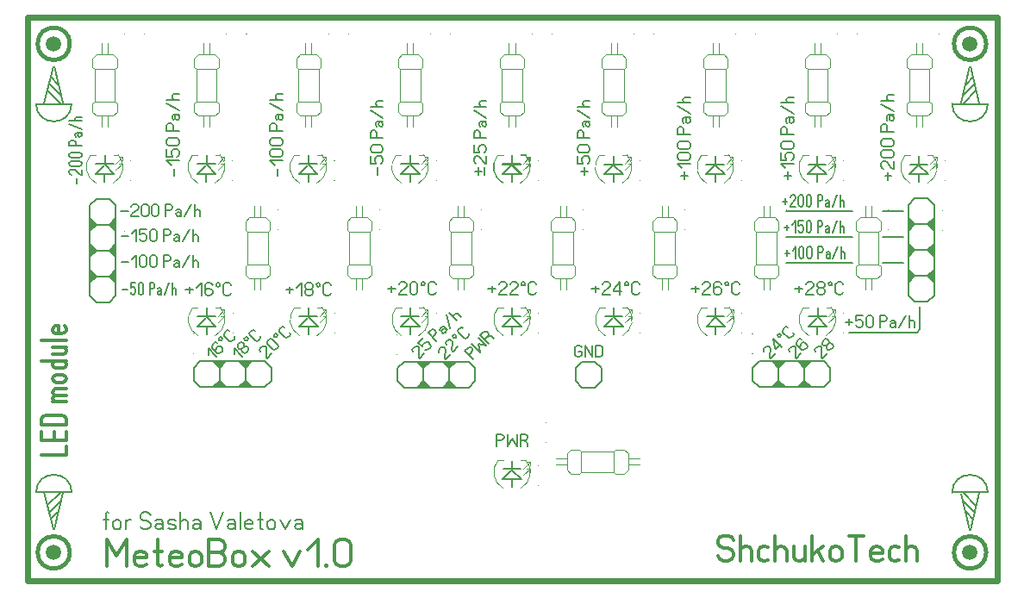
<source format=gbr>
%FSLAX34Y34*%
%MOMM*%
%LNSILK_TOP*%
G71*
G01*
%ADD10C, 0.100*%
%ADD11C, 0.150*%
%ADD12C, 0.200*%
%ADD13C, 0.011*%
%ADD14C, 0.144*%
%ADD15C, 0.156*%
%ADD16C, 0.333*%
%ADD17C, 0.311*%
%ADD18C, 0.211*%
%ADD19C, 0.400*%
%ADD20C, 0.300*%
%ADD21C, 1.500*%
%ADD22C, 0.600*%
%LPD*%
G54D10*
G75*
G01X505928Y-180618D02*
G03X510854Y-152681I-8450J15893D01*
G01*
G54D10*
G75*
G01X483689Y-153155D02*
G03X489027Y-180618I13789J-11570D01*
G01*
G54D10*
X510978Y-152725D02*
X506178Y-152725D01*
G54D10*
X483978Y-152825D02*
X488778Y-152825D01*
G54D11*
X488428Y-171750D02*
X496840Y-163338D01*
G54D12*
X497628Y-161938D02*
X497628Y-153350D01*
G54D11*
X497628Y-162750D02*
X506628Y-171750D01*
G54D12*
X488628Y-171750D02*
X506628Y-171750D01*
G54D12*
X488628Y-161750D02*
X506128Y-161750D01*
G54D12*
X497428Y-178950D02*
X497428Y-172250D01*
G54D10*
X508540Y-167638D02*
X514890Y-161288D01*
G54D10*
X508540Y-161288D02*
X514890Y-154938D01*
G54D10*
X511715Y-154938D02*
X514890Y-154938D01*
X514890Y-158112D01*
G54D10*
X511715Y-161288D02*
X514890Y-161288D01*
X514890Y-164462D01*
G54D13*
X522826Y-158258D02*
X522772Y-158258D01*
X522772Y-158214D01*
X522826Y-158214D01*
X522826Y-158258D01*
X522772Y-158258D01*
G54D13*
X522826Y-177758D02*
X522772Y-177758D01*
X522772Y-177714D01*
X522826Y-177714D01*
X522826Y-177758D01*
X522772Y-177758D01*
G54D10*
G75*
G01X605928Y-180618D02*
G03X610854Y-152681I-8450J15893D01*
G01*
G54D10*
G75*
G01X583689Y-153155D02*
G03X589027Y-180618I13789J-11570D01*
G01*
G54D10*
X610978Y-152725D02*
X606178Y-152725D01*
G54D10*
X583978Y-152825D02*
X588778Y-152825D01*
G54D11*
X588428Y-171750D02*
X596840Y-163338D01*
G54D12*
X597628Y-161938D02*
X597628Y-153350D01*
G54D11*
X597628Y-162750D02*
X606628Y-171750D01*
G54D12*
X588628Y-171750D02*
X606628Y-171750D01*
G54D12*
X588628Y-161750D02*
X606128Y-161750D01*
G54D12*
X597428Y-178950D02*
X597428Y-172250D01*
G54D10*
X608540Y-167638D02*
X614890Y-161288D01*
G54D10*
X608540Y-161288D02*
X614890Y-154938D01*
G54D10*
X611715Y-154938D02*
X614890Y-154938D01*
X614890Y-158112D01*
G54D10*
X611715Y-161288D02*
X614890Y-161288D01*
X614890Y-164462D01*
G54D13*
X622826Y-158258D02*
X622772Y-158258D01*
X622772Y-158214D01*
X622826Y-158214D01*
X622826Y-158258D01*
X622772Y-158258D01*
G54D13*
X622826Y-177758D02*
X622772Y-177758D01*
X622772Y-177714D01*
X622826Y-177714D01*
X622826Y-177758D01*
X622772Y-177758D01*
G54D10*
G75*
G01X705928Y-180618D02*
G03X710854Y-152681I-8450J15893D01*
G01*
G54D10*
G75*
G01X683689Y-153155D02*
G03X689027Y-180618I13789J-11570D01*
G01*
G54D10*
X710978Y-152725D02*
X706178Y-152725D01*
G54D10*
X683978Y-152825D02*
X688778Y-152825D01*
G54D11*
X688428Y-171750D02*
X696840Y-163338D01*
G54D12*
X697628Y-161938D02*
X697628Y-153350D01*
G54D11*
X697628Y-162750D02*
X706628Y-171750D01*
G54D12*
X688628Y-171750D02*
X706628Y-171750D01*
G54D12*
X688628Y-161750D02*
X706128Y-161750D01*
G54D12*
X697428Y-178950D02*
X697428Y-172250D01*
G54D10*
X708540Y-167638D02*
X714890Y-161288D01*
G54D10*
X708540Y-161288D02*
X714890Y-154938D01*
G54D10*
X711715Y-154938D02*
X714890Y-154938D01*
X714890Y-158112D01*
G54D10*
X711715Y-161288D02*
X714890Y-161288D01*
X714890Y-164462D01*
G54D13*
X722826Y-158258D02*
X722772Y-158258D01*
X722772Y-158214D01*
X722826Y-158214D01*
X722826Y-158258D01*
X722772Y-158258D01*
G54D13*
X722826Y-177758D02*
X722772Y-177758D01*
X722772Y-177714D01*
X722826Y-177714D01*
X722826Y-177758D01*
X722772Y-177758D01*
G54D10*
G75*
G01X805928Y-180618D02*
G03X810854Y-152681I-8450J15893D01*
G01*
G54D10*
G75*
G01X783689Y-153155D02*
G03X789027Y-180618I13789J-11570D01*
G01*
G54D10*
X810978Y-152725D02*
X806178Y-152725D01*
G54D10*
X783978Y-152825D02*
X788778Y-152825D01*
G54D11*
X788428Y-171750D02*
X796840Y-163338D01*
G54D12*
X797628Y-161938D02*
X797628Y-153350D01*
G54D11*
X797628Y-162750D02*
X806628Y-171750D01*
G54D12*
X788628Y-171750D02*
X806628Y-171750D01*
G54D12*
X788628Y-161750D02*
X806128Y-161750D01*
G54D12*
X797428Y-178950D02*
X797428Y-172250D01*
G54D10*
X808540Y-167638D02*
X814890Y-161288D01*
G54D10*
X808540Y-161288D02*
X814890Y-154938D01*
G54D10*
X811715Y-154938D02*
X814890Y-154938D01*
X814890Y-158112D01*
G54D10*
X811715Y-161288D02*
X814890Y-161288D01*
X814890Y-164462D01*
G54D13*
X822826Y-158258D02*
X822772Y-158258D01*
X822772Y-158214D01*
X822826Y-158214D01*
X822826Y-158258D01*
X822772Y-158258D01*
G54D13*
X822826Y-177758D02*
X822772Y-177758D01*
X822772Y-177714D01*
X822826Y-177714D01*
X822826Y-177758D01*
X822772Y-177758D01*
G54D10*
G75*
G01X905928Y-180618D02*
G03X910854Y-152681I-8450J15893D01*
G01*
G54D10*
G75*
G01X883689Y-153155D02*
G03X889027Y-180618I13789J-11570D01*
G01*
G54D10*
X910978Y-152725D02*
X906178Y-152725D01*
G54D10*
X883978Y-152825D02*
X888778Y-152825D01*
G54D11*
X888428Y-171750D02*
X896840Y-163338D01*
G54D12*
X897628Y-161938D02*
X897628Y-153350D01*
G54D11*
X897628Y-162750D02*
X906628Y-171750D01*
G54D12*
X888628Y-171750D02*
X906628Y-171750D01*
G54D12*
X888628Y-161750D02*
X906128Y-161750D01*
G54D12*
X897428Y-178950D02*
X897428Y-172250D01*
G54D10*
X908540Y-167638D02*
X914890Y-161288D01*
G54D10*
X908540Y-161288D02*
X914890Y-154938D01*
G54D10*
X911715Y-154938D02*
X914890Y-154938D01*
X914890Y-158112D01*
G54D10*
X911715Y-161288D02*
X914890Y-161288D01*
X914890Y-164462D01*
G54D13*
X922826Y-158258D02*
X922772Y-158258D01*
X922772Y-158214D01*
X922826Y-158214D01*
X922826Y-158258D01*
X922772Y-158258D01*
G54D13*
X922826Y-177758D02*
X922772Y-177758D01*
X922772Y-177714D01*
X922826Y-177714D01*
X922826Y-177758D01*
X922772Y-177758D01*
G54D10*
G75*
G01X106078Y-180443D02*
G03X111004Y-152506I-8450J15893D01*
G01*
G54D10*
G75*
G01X83839Y-152980D02*
G03X89177Y-180443I13789J-11570D01*
G01*
G54D10*
X111128Y-152550D02*
X106328Y-152550D01*
G54D10*
X84128Y-152650D02*
X88928Y-152650D01*
G54D11*
X88578Y-171575D02*
X96990Y-163162D01*
G54D12*
X97778Y-161762D02*
X97778Y-153175D01*
G54D11*
X97778Y-162575D02*
X106778Y-171575D01*
G54D12*
X88778Y-171575D02*
X106778Y-171575D01*
G54D12*
X88778Y-161575D02*
X106278Y-161575D01*
G54D12*
X97578Y-178775D02*
X97578Y-172075D01*
G54D10*
X108690Y-167462D02*
X115040Y-161112D01*
G54D10*
X108690Y-161112D02*
X115040Y-154762D01*
G54D10*
X111865Y-154762D02*
X115040Y-154762D01*
X115040Y-157938D01*
G54D10*
X111865Y-161112D02*
X115040Y-161112D01*
X115040Y-164288D01*
G54D13*
X122976Y-158083D02*
X122922Y-158083D01*
X122922Y-158039D01*
X122976Y-158039D01*
X122976Y-158083D01*
X122922Y-158083D01*
G54D13*
X122976Y-177583D02*
X122922Y-177583D01*
X122922Y-177539D01*
X122976Y-177539D01*
X122976Y-177583D01*
X122922Y-177583D01*
G54D10*
G75*
G01X206078Y-180443D02*
G03X211004Y-152506I-8450J15893D01*
G01*
G54D10*
G75*
G01X183839Y-152980D02*
G03X189177Y-180443I13789J-11570D01*
G01*
G54D10*
X211128Y-152550D02*
X206328Y-152550D01*
G54D10*
X184128Y-152650D02*
X188928Y-152650D01*
G54D11*
X188578Y-171575D02*
X196990Y-163162D01*
G54D12*
X197778Y-161762D02*
X197778Y-153175D01*
G54D11*
X197778Y-162575D02*
X206778Y-171575D01*
G54D12*
X188778Y-171575D02*
X206778Y-171575D01*
G54D12*
X188778Y-161575D02*
X206278Y-161575D01*
G54D12*
X197578Y-178775D02*
X197578Y-172075D01*
G54D10*
X208690Y-167462D02*
X215040Y-161112D01*
G54D10*
X208690Y-161112D02*
X215040Y-154762D01*
G54D10*
X211865Y-154762D02*
X215040Y-154762D01*
X215040Y-157938D01*
G54D10*
X211865Y-161112D02*
X215040Y-161112D01*
X215040Y-164288D01*
G54D13*
X222976Y-158083D02*
X222922Y-158083D01*
X222922Y-158039D01*
X222976Y-158039D01*
X222976Y-158083D01*
X222922Y-158083D01*
G54D13*
X222976Y-177583D02*
X222922Y-177583D01*
X222922Y-177539D01*
X222976Y-177539D01*
X222976Y-177583D01*
X222922Y-177583D01*
G54D10*
G75*
G01X306078Y-180443D02*
G03X311004Y-152506I-8450J15893D01*
G01*
G54D10*
G75*
G01X283839Y-152980D02*
G03X289177Y-180443I13789J-11570D01*
G01*
G54D10*
X311128Y-152550D02*
X306328Y-152550D01*
G54D10*
X284128Y-152650D02*
X288928Y-152650D01*
G54D11*
X288578Y-171575D02*
X296990Y-163162D01*
G54D12*
X297778Y-161762D02*
X297778Y-153175D01*
G54D11*
X297778Y-162575D02*
X306778Y-171575D01*
G54D12*
X288778Y-171575D02*
X306778Y-171575D01*
G54D12*
X288778Y-161575D02*
X306278Y-161575D01*
G54D12*
X297578Y-178775D02*
X297578Y-172075D01*
G54D10*
X308690Y-167462D02*
X315040Y-161112D01*
G54D10*
X308690Y-161112D02*
X315040Y-154762D01*
G54D10*
X311865Y-154762D02*
X315040Y-154762D01*
X315040Y-157938D01*
G54D10*
X311865Y-161112D02*
X315040Y-161112D01*
X315040Y-164288D01*
G54D13*
X322976Y-158083D02*
X322922Y-158083D01*
X322922Y-158039D01*
X322976Y-158039D01*
X322976Y-158083D01*
X322922Y-158083D01*
G54D13*
X322976Y-177583D02*
X322922Y-177583D01*
X322922Y-177539D01*
X322976Y-177539D01*
X322976Y-177583D01*
X322922Y-177583D01*
G54D10*
G75*
G01X406078Y-180443D02*
G03X411004Y-152506I-8450J15893D01*
G01*
G54D10*
G75*
G01X383839Y-152980D02*
G03X389177Y-180443I13789J-11570D01*
G01*
G54D10*
X411128Y-152550D02*
X406328Y-152550D01*
G54D10*
X384128Y-152650D02*
X388928Y-152650D01*
G54D11*
X388578Y-171575D02*
X396990Y-163162D01*
G54D12*
X397778Y-161762D02*
X397778Y-153175D01*
G54D11*
X397778Y-162575D02*
X406778Y-171575D01*
G54D12*
X388778Y-171575D02*
X406778Y-171575D01*
G54D12*
X388778Y-161575D02*
X406278Y-161575D01*
G54D12*
X397578Y-178775D02*
X397578Y-172075D01*
G54D10*
X408690Y-167462D02*
X415040Y-161112D01*
G54D10*
X408690Y-161112D02*
X415040Y-154762D01*
G54D10*
X411865Y-154762D02*
X415040Y-154762D01*
X415040Y-157938D01*
G54D10*
X411865Y-161112D02*
X415040Y-161112D01*
X415040Y-164288D01*
G54D13*
X422976Y-158083D02*
X422922Y-158083D01*
X422922Y-158039D01*
X422976Y-158039D01*
X422976Y-158083D01*
X422922Y-158083D01*
G54D13*
X422976Y-177583D02*
X422922Y-177583D01*
X422922Y-177539D01*
X422976Y-177539D01*
X422976Y-177583D01*
X422922Y-177583D01*
G54D10*
G75*
G01X506078Y-180443D02*
G03X511004Y-152506I-8450J15893D01*
G01*
G54D10*
G75*
G01X483839Y-152980D02*
G03X489177Y-180443I13789J-11570D01*
G01*
G54D10*
X511128Y-152550D02*
X506328Y-152550D01*
G54D10*
X484128Y-152650D02*
X488928Y-152650D01*
G54D11*
X488578Y-171575D02*
X496990Y-163162D01*
G54D12*
X497778Y-161762D02*
X497778Y-153175D01*
G54D11*
X497778Y-162575D02*
X506778Y-171575D01*
G54D12*
X488778Y-171575D02*
X506778Y-171575D01*
G54D12*
X488778Y-161575D02*
X506278Y-161575D01*
G54D12*
X497578Y-178775D02*
X497578Y-172075D01*
G54D10*
X508690Y-167462D02*
X515040Y-161112D01*
G54D10*
X508690Y-161112D02*
X515040Y-154762D01*
G54D10*
X511865Y-154762D02*
X515040Y-154762D01*
X515040Y-157938D01*
G54D10*
X511865Y-161112D02*
X515040Y-161112D01*
X515040Y-164288D01*
G54D13*
X522976Y-158083D02*
X522922Y-158083D01*
X522922Y-158039D01*
X522976Y-158039D01*
X522976Y-158083D01*
X522922Y-158083D01*
G54D13*
X522976Y-177583D02*
X522922Y-177583D01*
X522922Y-177539D01*
X522976Y-177539D01*
X522976Y-177583D01*
X522922Y-177583D01*
G54D10*
G75*
G01X506228Y-330268D02*
G03X511154Y-302331I-8450J15893D01*
G01*
G54D10*
G75*
G01X483989Y-302805D02*
G03X489327Y-330268I13789J-11570D01*
G01*
G54D10*
X511278Y-302375D02*
X506478Y-302375D01*
G54D10*
X484278Y-302475D02*
X489078Y-302475D01*
G54D11*
X488728Y-321400D02*
X497140Y-312988D01*
G54D12*
X497928Y-311588D02*
X497928Y-303000D01*
G54D11*
X497928Y-312400D02*
X506928Y-321400D01*
G54D12*
X488928Y-321400D02*
X506928Y-321400D01*
G54D12*
X488928Y-311400D02*
X506428Y-311400D01*
G54D12*
X497728Y-328600D02*
X497728Y-321900D01*
G54D10*
X508840Y-317288D02*
X515190Y-310938D01*
G54D10*
X508840Y-310938D02*
X515190Y-304588D01*
G54D10*
X512015Y-304588D02*
X515190Y-304588D01*
X515190Y-307762D01*
G54D10*
X512015Y-310938D02*
X515190Y-310938D01*
X515190Y-314112D01*
G54D13*
X523125Y-307907D02*
X523072Y-307907D01*
X523072Y-307863D01*
X523125Y-307863D01*
X523125Y-307907D01*
X523072Y-307907D01*
G54D13*
X523125Y-327407D02*
X523072Y-327407D01*
X523072Y-327363D01*
X523125Y-327363D01*
X523125Y-327407D01*
X523072Y-327407D01*
G54D10*
G75*
G01X606228Y-330268D02*
G03X611154Y-302331I-8450J15893D01*
G01*
G54D10*
G75*
G01X583989Y-302805D02*
G03X589327Y-330268I13789J-11570D01*
G01*
G54D10*
X611278Y-302375D02*
X606478Y-302375D01*
G54D10*
X584278Y-302475D02*
X589078Y-302475D01*
G54D11*
X588728Y-321400D02*
X597140Y-312988D01*
G54D12*
X597928Y-311588D02*
X597928Y-303000D01*
G54D11*
X597928Y-312400D02*
X606928Y-321400D01*
G54D12*
X588928Y-321400D02*
X606928Y-321400D01*
G54D12*
X588928Y-311400D02*
X606428Y-311400D01*
G54D12*
X597728Y-328600D02*
X597728Y-321900D01*
G54D10*
X608840Y-317288D02*
X615190Y-310938D01*
G54D10*
X608840Y-310938D02*
X615190Y-304588D01*
G54D10*
X612015Y-304588D02*
X615190Y-304588D01*
X615190Y-307762D01*
G54D10*
X612015Y-310938D02*
X615190Y-310938D01*
X615190Y-314112D01*
G54D13*
X623126Y-307908D02*
X623072Y-307908D01*
X623072Y-307864D01*
X623126Y-307864D01*
X623126Y-307908D01*
X623072Y-307908D01*
G54D13*
X623126Y-327408D02*
X623072Y-327408D01*
X623072Y-327364D01*
X623126Y-327364D01*
X623126Y-327408D01*
X623072Y-327408D01*
G54D10*
G75*
G01X706228Y-330268D02*
G03X711154Y-302331I-8450J15893D01*
G01*
G54D10*
G75*
G01X683989Y-302805D02*
G03X689327Y-330268I13789J-11570D01*
G01*
G54D10*
X711278Y-302375D02*
X706478Y-302375D01*
G54D10*
X684278Y-302475D02*
X689078Y-302475D01*
G54D11*
X688728Y-321400D02*
X697140Y-312988D01*
G54D12*
X697928Y-311588D02*
X697928Y-303000D01*
G54D11*
X697928Y-312400D02*
X706928Y-321400D01*
G54D12*
X688928Y-321400D02*
X706928Y-321400D01*
G54D12*
X688928Y-311400D02*
X706428Y-311400D01*
G54D12*
X697728Y-328600D02*
X697728Y-321900D01*
G54D10*
X708840Y-317288D02*
X715190Y-310938D01*
G54D10*
X708840Y-310938D02*
X715190Y-304588D01*
G54D10*
X712015Y-304588D02*
X715190Y-304588D01*
X715190Y-307762D01*
G54D10*
X712015Y-310938D02*
X715190Y-310938D01*
X715190Y-314112D01*
G54D13*
X723126Y-307908D02*
X723072Y-307908D01*
X723072Y-307864D01*
X723126Y-307864D01*
X723126Y-307908D01*
X723072Y-307908D01*
G54D13*
X723126Y-327408D02*
X723072Y-327408D01*
X723072Y-327364D01*
X723126Y-327364D01*
X723126Y-327408D01*
X723072Y-327408D01*
G54D10*
G75*
G01X806228Y-330268D02*
G03X811154Y-302331I-8450J15893D01*
G01*
G54D10*
G75*
G01X783989Y-302805D02*
G03X789327Y-330268I13789J-11570D01*
G01*
G54D10*
X811278Y-302375D02*
X806478Y-302375D01*
G54D10*
X784278Y-302475D02*
X789078Y-302475D01*
G54D11*
X788728Y-321400D02*
X797140Y-312988D01*
G54D12*
X797928Y-311588D02*
X797928Y-303000D01*
G54D11*
X797928Y-312400D02*
X806928Y-321400D01*
G54D12*
X788928Y-321400D02*
X806928Y-321400D01*
G54D12*
X788928Y-311400D02*
X806428Y-311400D01*
G54D12*
X797728Y-328600D02*
X797728Y-321900D01*
G54D10*
X808840Y-317288D02*
X815190Y-310938D01*
G54D10*
X808840Y-310938D02*
X815190Y-304588D01*
G54D10*
X812015Y-304588D02*
X815190Y-304588D01*
X815190Y-307762D01*
G54D10*
X812015Y-310938D02*
X815190Y-310938D01*
X815190Y-314112D01*
G54D13*
X823126Y-307908D02*
X823072Y-307908D01*
X823072Y-307864D01*
X823126Y-307864D01*
X823126Y-307908D01*
X823072Y-307908D01*
G54D13*
X823126Y-327408D02*
X823072Y-327408D01*
X823072Y-327364D01*
X823126Y-327364D01*
X823126Y-327408D01*
X823072Y-327408D01*
G54D10*
G75*
G01X206228Y-330268D02*
G03X211154Y-302331I-8450J15893D01*
G01*
G54D10*
G75*
G01X183989Y-302805D02*
G03X189327Y-330268I13789J-11570D01*
G01*
G54D10*
X211278Y-302375D02*
X206478Y-302375D01*
G54D10*
X184278Y-302475D02*
X189078Y-302475D01*
G54D11*
X188728Y-321400D02*
X197140Y-312988D01*
G54D12*
X197928Y-311588D02*
X197928Y-303000D01*
G54D11*
X197928Y-312400D02*
X206928Y-321400D01*
G54D12*
X188928Y-321400D02*
X206928Y-321400D01*
G54D12*
X188928Y-311400D02*
X206428Y-311400D01*
G54D12*
X197728Y-328600D02*
X197728Y-321900D01*
G54D10*
X208840Y-317288D02*
X215190Y-310938D01*
G54D10*
X208840Y-310938D02*
X215190Y-304588D01*
G54D10*
X212015Y-304588D02*
X215190Y-304588D01*
X215190Y-307762D01*
G54D10*
X212015Y-310938D02*
X215190Y-310938D01*
X215190Y-314112D01*
G54D13*
X223125Y-307906D02*
X223072Y-307906D01*
X223072Y-307862D01*
X223125Y-307862D01*
X223125Y-307906D01*
X223072Y-307906D01*
G54D13*
X223125Y-327406D02*
X223072Y-327406D01*
X223072Y-327361D01*
X223125Y-327361D01*
X223125Y-327406D01*
X223072Y-327406D01*
G54D10*
G75*
G01X306228Y-330268D02*
G03X311154Y-302331I-8450J15893D01*
G01*
G54D10*
G75*
G01X283989Y-302805D02*
G03X289327Y-330268I13789J-11570D01*
G01*
G54D10*
X311278Y-302375D02*
X306478Y-302375D01*
G54D10*
X284278Y-302475D02*
X289078Y-302475D01*
G54D11*
X288728Y-321400D02*
X297140Y-312988D01*
G54D12*
X297928Y-311588D02*
X297928Y-303000D01*
G54D11*
X297928Y-312400D02*
X306928Y-321400D01*
G54D12*
X288928Y-321400D02*
X306928Y-321400D01*
G54D12*
X288928Y-311400D02*
X306428Y-311400D01*
G54D12*
X297728Y-328600D02*
X297728Y-321900D01*
G54D10*
X308840Y-317288D02*
X315190Y-310938D01*
G54D10*
X308840Y-310938D02*
X315190Y-304588D01*
G54D10*
X312015Y-304588D02*
X315190Y-304588D01*
X315190Y-307762D01*
G54D10*
X312015Y-310938D02*
X315190Y-310938D01*
X315190Y-314112D01*
G54D13*
X323126Y-307908D02*
X323072Y-307908D01*
X323072Y-307864D01*
X323126Y-307864D01*
X323126Y-307908D01*
X323072Y-307908D01*
G54D13*
X323126Y-327408D02*
X323072Y-327408D01*
X323072Y-327364D01*
X323126Y-327364D01*
X323126Y-327408D01*
X323072Y-327408D01*
G54D10*
G75*
G01X406228Y-330268D02*
G03X411154Y-302331I-8450J15893D01*
G01*
G54D10*
G75*
G01X383989Y-302805D02*
G03X389327Y-330268I13789J-11570D01*
G01*
G54D10*
X411278Y-302375D02*
X406478Y-302375D01*
G54D10*
X384278Y-302475D02*
X389078Y-302475D01*
G54D11*
X388728Y-321400D02*
X397140Y-312988D01*
G54D12*
X397928Y-311588D02*
X397928Y-303000D01*
G54D11*
X397928Y-312400D02*
X406928Y-321400D01*
G54D12*
X388928Y-321400D02*
X406928Y-321400D01*
G54D12*
X388928Y-311400D02*
X406428Y-311400D01*
G54D12*
X397728Y-328600D02*
X397728Y-321900D01*
G54D10*
X408840Y-317288D02*
X415190Y-310938D01*
G54D10*
X408840Y-310938D02*
X415190Y-304588D01*
G54D10*
X412015Y-304588D02*
X415190Y-304588D01*
X415190Y-307762D01*
G54D10*
X412015Y-310938D02*
X415190Y-310938D01*
X415190Y-314112D01*
G54D13*
X423126Y-307908D02*
X423072Y-307908D01*
X423072Y-307864D01*
X423126Y-307864D01*
X423126Y-307908D01*
X423072Y-307908D01*
G54D14*
X423446Y-327675D02*
X422752Y-327675D01*
X422752Y-327097D01*
X423446Y-327097D01*
X423446Y-327675D01*
X422752Y-327675D01*
G54D10*
G75*
G01X506228Y-330268D02*
G03X511154Y-302331I-8450J15893D01*
G01*
G54D10*
G75*
G01X483989Y-302805D02*
G03X489327Y-330268I13789J-11570D01*
G01*
G54D10*
X511278Y-302375D02*
X506478Y-302375D01*
G54D10*
X484278Y-302475D02*
X489078Y-302475D01*
G54D11*
X488728Y-321400D02*
X497140Y-312988D01*
G54D12*
X497928Y-311588D02*
X497928Y-303000D01*
G54D11*
X497928Y-312400D02*
X506928Y-321400D01*
G54D12*
X488928Y-321400D02*
X506928Y-321400D01*
G54D12*
X488928Y-311400D02*
X506428Y-311400D01*
G54D12*
X497728Y-328600D02*
X497728Y-321900D01*
G54D10*
X508840Y-317288D02*
X515190Y-310938D01*
G54D10*
X508840Y-310938D02*
X515190Y-304588D01*
G54D10*
X512015Y-304588D02*
X515190Y-304588D01*
X515190Y-307762D01*
G54D10*
X512015Y-310938D02*
X515190Y-310938D01*
X515190Y-314112D01*
G54D13*
X523126Y-307908D02*
X523072Y-307908D01*
X523072Y-307864D01*
X523126Y-307864D01*
X523126Y-307908D01*
X523072Y-307908D01*
G54D13*
X523126Y-327408D02*
X523072Y-327408D01*
X523072Y-327364D01*
X523126Y-327364D01*
X523126Y-327408D01*
X523072Y-327408D01*
G54D10*
G75*
G01X506228Y-180268D02*
G03X511154Y-152331I-8450J15893D01*
G01*
G54D10*
G75*
G01X483989Y-152805D02*
G03X489327Y-180268I13789J-11570D01*
G01*
G54D10*
X511278Y-152375D02*
X506478Y-152375D01*
G54D10*
X484278Y-152475D02*
X489078Y-152475D01*
G54D11*
X488728Y-171400D02*
X497140Y-162988D01*
G54D12*
X497928Y-161588D02*
X497928Y-153000D01*
G54D11*
X497928Y-162400D02*
X506928Y-171400D01*
G54D12*
X488928Y-171400D02*
X506928Y-171400D01*
G54D12*
X488928Y-161400D02*
X506428Y-161400D01*
G54D12*
X497728Y-178600D02*
X497728Y-171900D01*
G54D10*
X508840Y-167288D02*
X515190Y-160938D01*
G54D10*
X508840Y-160938D02*
X515190Y-154588D01*
G54D10*
X512015Y-154588D02*
X515190Y-154588D01*
X515190Y-157762D01*
G54D10*
X512015Y-160938D02*
X515190Y-160938D01*
X515190Y-164112D01*
G54D13*
X523126Y-157908D02*
X523072Y-157908D01*
X523072Y-157864D01*
X523126Y-157864D01*
X523126Y-157908D01*
X523072Y-157908D01*
G54D13*
X523126Y-177408D02*
X523072Y-177408D01*
X523072Y-177364D01*
X523126Y-177364D01*
X523126Y-177408D01*
X523072Y-177408D01*
G54D10*
G75*
G01X506228Y-330268D02*
G03X511154Y-302331I-8450J15893D01*
G01*
G54D10*
G75*
G01X483989Y-302805D02*
G03X489327Y-330268I13789J-11570D01*
G01*
G54D10*
X511278Y-302375D02*
X506478Y-302375D01*
G54D10*
X484278Y-302475D02*
X489078Y-302475D01*
G54D11*
X488728Y-321400D02*
X497140Y-312988D01*
G54D12*
X497928Y-311588D02*
X497928Y-303000D01*
G54D11*
X497928Y-312400D02*
X506928Y-321400D01*
G54D12*
X488928Y-321400D02*
X506928Y-321400D01*
G54D12*
X488928Y-311400D02*
X506428Y-311400D01*
G54D12*
X497728Y-328600D02*
X497728Y-321900D01*
G54D10*
X508840Y-317288D02*
X515190Y-310938D01*
G54D10*
X508840Y-310938D02*
X515190Y-304588D01*
G54D10*
X512015Y-304588D02*
X515190Y-304588D01*
X515190Y-307762D01*
G54D10*
X512015Y-310938D02*
X515190Y-310938D01*
X515190Y-314112D01*
G54D13*
X523125Y-307908D02*
X523072Y-307908D01*
X523072Y-307863D01*
X523125Y-307863D01*
X523125Y-307908D01*
X523072Y-307908D01*
G54D13*
X523125Y-327408D02*
X523072Y-327408D01*
X523072Y-327363D01*
X523125Y-327363D01*
X523125Y-327408D01*
X523072Y-327408D01*
G54D10*
G75*
G01X506228Y-480268D02*
G03X511154Y-452331I-8450J15893D01*
G01*
G54D10*
G75*
G01X483989Y-452805D02*
G03X489327Y-480268I13789J-11570D01*
G01*
G54D10*
X511278Y-452375D02*
X506478Y-452375D01*
G54D10*
X484278Y-452475D02*
X489078Y-452475D01*
G54D11*
X488728Y-471400D02*
X497140Y-462988D01*
G54D12*
X497928Y-461588D02*
X497928Y-453000D01*
G54D11*
X497928Y-462400D02*
X506928Y-471400D01*
G54D12*
X488928Y-471400D02*
X506928Y-471400D01*
G54D12*
X488928Y-461400D02*
X506428Y-461400D01*
G54D12*
X497728Y-478600D02*
X497728Y-471900D01*
G54D10*
X508840Y-467288D02*
X515190Y-460938D01*
G54D10*
X508840Y-460938D02*
X515190Y-454588D01*
G54D10*
X512015Y-454588D02*
X515190Y-454588D01*
X515190Y-457762D01*
G54D10*
X512015Y-460938D02*
X515190Y-460938D01*
X515190Y-464112D01*
G54D13*
X523125Y-457906D02*
X523072Y-457906D01*
X523072Y-457861D01*
X523125Y-457861D01*
X523125Y-457906D01*
X523072Y-457906D01*
G54D13*
X523125Y-477406D02*
X523072Y-477406D01*
X523072Y-477361D01*
X523125Y-477361D01*
X523125Y-477406D01*
X523072Y-477406D01*
G54D10*
X105778Y-54175D02*
X109778Y-58175D01*
X109778Y-66175D01*
X107778Y-68175D01*
X107778Y-100175D01*
X109778Y-102175D01*
X109778Y-110175D01*
X105778Y-114175D01*
X89778Y-114175D01*
X85778Y-110175D01*
X85778Y-102175D01*
X87778Y-100175D01*
X87778Y-68175D01*
X85778Y-66175D01*
X85778Y-58175D01*
X89778Y-54175D01*
X105778Y-54175D01*
G54D10*
X107778Y-68175D02*
X87778Y-68175D01*
G54D10*
X107778Y-100175D02*
X87778Y-100175D01*
G54D10*
X100778Y-43175D02*
X100778Y-54175D01*
G54D10*
X94778Y-43175D02*
X94778Y-54175D01*
G54D10*
X94778Y-125175D02*
X94778Y-114175D01*
G54D10*
X100778Y-125175D02*
X100778Y-114175D01*
G54D13*
X136589Y-33495D02*
X136589Y-33548D01*
X136545Y-33548D01*
X136545Y-33495D01*
X136589Y-33495D01*
X136589Y-33548D01*
G54D13*
X117089Y-33495D02*
X117089Y-33548D01*
X117045Y-33548D01*
X117045Y-33495D01*
X117089Y-33495D01*
X117089Y-33548D01*
G54D10*
X205778Y-54175D02*
X209778Y-58175D01*
X209778Y-66175D01*
X207778Y-68175D01*
X207778Y-100175D01*
X209778Y-102175D01*
X209778Y-110175D01*
X205778Y-114175D01*
X189778Y-114175D01*
X185778Y-110175D01*
X185778Y-102175D01*
X187778Y-100175D01*
X187778Y-68175D01*
X185778Y-66175D01*
X185778Y-58175D01*
X189778Y-54175D01*
X205778Y-54175D01*
G54D10*
X207778Y-68175D02*
X187778Y-68175D01*
G54D10*
X207778Y-100175D02*
X187778Y-100175D01*
G54D10*
X200778Y-43175D02*
X200778Y-54175D01*
G54D10*
X194778Y-43175D02*
X194778Y-54175D01*
G54D10*
X194778Y-125175D02*
X194778Y-114175D01*
G54D10*
X200778Y-125175D02*
X200778Y-114175D01*
G54D13*
X236589Y-33495D02*
X236589Y-33548D01*
X236545Y-33548D01*
X236545Y-33495D01*
X236589Y-33495D01*
X236589Y-33548D01*
G54D13*
X217089Y-33495D02*
X217089Y-33548D01*
X217045Y-33548D01*
X217045Y-33495D01*
X217089Y-33495D01*
X217089Y-33548D01*
G54D10*
X305778Y-54175D02*
X309778Y-58175D01*
X309778Y-66175D01*
X307778Y-68175D01*
X307778Y-100175D01*
X309778Y-102175D01*
X309778Y-110175D01*
X305778Y-114175D01*
X289778Y-114175D01*
X285778Y-110175D01*
X285778Y-102175D01*
X287778Y-100175D01*
X287778Y-68175D01*
X285778Y-66175D01*
X285778Y-58175D01*
X289778Y-54175D01*
X305778Y-54175D01*
G54D10*
X307778Y-68175D02*
X287778Y-68175D01*
G54D10*
X307778Y-100175D02*
X287778Y-100175D01*
G54D10*
X300778Y-43175D02*
X300778Y-54175D01*
G54D10*
X294778Y-43175D02*
X294778Y-54175D01*
G54D10*
X294778Y-125175D02*
X294778Y-114175D01*
G54D10*
X300778Y-125175D02*
X300778Y-114175D01*
G54D13*
X336589Y-33495D02*
X336589Y-33548D01*
X336545Y-33548D01*
X336545Y-33495D01*
X336589Y-33495D01*
X336589Y-33548D01*
G54D13*
X317089Y-33495D02*
X317089Y-33548D01*
X317045Y-33548D01*
X317045Y-33495D01*
X317089Y-33495D01*
X317089Y-33548D01*
G54D10*
X405778Y-54175D02*
X409778Y-58175D01*
X409778Y-66175D01*
X407778Y-68175D01*
X407778Y-100175D01*
X409778Y-102175D01*
X409778Y-110175D01*
X405778Y-114175D01*
X389778Y-114175D01*
X385778Y-110175D01*
X385778Y-102175D01*
X387778Y-100175D01*
X387778Y-68175D01*
X385778Y-66175D01*
X385778Y-58175D01*
X389778Y-54175D01*
X405778Y-54175D01*
G54D10*
X407778Y-68175D02*
X387778Y-68175D01*
G54D10*
X407778Y-100175D02*
X387778Y-100175D01*
G54D10*
X400778Y-43175D02*
X400778Y-54175D01*
G54D10*
X394778Y-43175D02*
X394778Y-54175D01*
G54D10*
X394778Y-125175D02*
X394778Y-114175D01*
G54D10*
X400778Y-125175D02*
X400778Y-114175D01*
G54D13*
X436589Y-33495D02*
X436589Y-33548D01*
X436545Y-33548D01*
X436545Y-33495D01*
X436589Y-33495D01*
X436589Y-33548D01*
G54D13*
X417089Y-33495D02*
X417089Y-33548D01*
X417045Y-33548D01*
X417045Y-33495D01*
X417089Y-33495D01*
X417089Y-33548D01*
G54D10*
X505778Y-54175D02*
X509778Y-58175D01*
X509778Y-66175D01*
X507778Y-68175D01*
X507778Y-100175D01*
X509778Y-102175D01*
X509778Y-110175D01*
X505778Y-114175D01*
X489778Y-114175D01*
X485778Y-110175D01*
X485778Y-102175D01*
X487778Y-100175D01*
X487778Y-68175D01*
X485778Y-66175D01*
X485778Y-58175D01*
X489778Y-54175D01*
X505778Y-54175D01*
G54D10*
X507778Y-68175D02*
X487778Y-68175D01*
G54D10*
X507778Y-100175D02*
X487778Y-100175D01*
G54D10*
X500778Y-43175D02*
X500778Y-54175D01*
G54D10*
X494778Y-43175D02*
X494778Y-54175D01*
G54D10*
X494778Y-125175D02*
X494778Y-114175D01*
G54D10*
X500778Y-125175D02*
X500778Y-114175D01*
G54D13*
X536589Y-33495D02*
X536589Y-33548D01*
X536545Y-33548D01*
X536545Y-33495D01*
X536589Y-33495D01*
X536589Y-33548D01*
G54D13*
X517089Y-33495D02*
X517089Y-33548D01*
X517045Y-33548D01*
X517045Y-33495D01*
X517089Y-33495D01*
X517089Y-33548D01*
G54D10*
X605778Y-54175D02*
X609778Y-58175D01*
X609778Y-66175D01*
X607778Y-68175D01*
X607778Y-100175D01*
X609778Y-102175D01*
X609778Y-110175D01*
X605778Y-114175D01*
X589778Y-114175D01*
X585778Y-110175D01*
X585778Y-102175D01*
X587778Y-100175D01*
X587778Y-68175D01*
X585778Y-66175D01*
X585778Y-58175D01*
X589778Y-54175D01*
X605778Y-54175D01*
G54D10*
X607778Y-68175D02*
X587778Y-68175D01*
G54D10*
X607778Y-100175D02*
X587778Y-100175D01*
G54D10*
X600778Y-43175D02*
X600778Y-54175D01*
G54D10*
X594778Y-43175D02*
X594778Y-54175D01*
G54D10*
X594778Y-125175D02*
X594778Y-114175D01*
G54D10*
X600778Y-125175D02*
X600778Y-114175D01*
G54D13*
X636589Y-33496D02*
X636589Y-33549D01*
X636545Y-33549D01*
X636545Y-33496D01*
X636589Y-33496D01*
X636589Y-33549D01*
G54D13*
X617089Y-33496D02*
X617089Y-33549D01*
X617045Y-33549D01*
X617045Y-33496D01*
X617089Y-33496D01*
X617089Y-33549D01*
G54D10*
X705778Y-54175D02*
X709778Y-58175D01*
X709778Y-66175D01*
X707778Y-68175D01*
X707778Y-100175D01*
X709778Y-102175D01*
X709778Y-110175D01*
X705778Y-114175D01*
X689778Y-114175D01*
X685778Y-110175D01*
X685778Y-102175D01*
X687778Y-100175D01*
X687778Y-68175D01*
X685778Y-66175D01*
X685778Y-58175D01*
X689778Y-54175D01*
X705778Y-54175D01*
G54D10*
X707778Y-68175D02*
X687778Y-68175D01*
G54D10*
X707778Y-100175D02*
X687778Y-100175D01*
G54D10*
X700778Y-43175D02*
X700778Y-54175D01*
G54D10*
X694778Y-43175D02*
X694778Y-54175D01*
G54D10*
X694778Y-125175D02*
X694778Y-114175D01*
G54D10*
X700778Y-125175D02*
X700778Y-114175D01*
G54D13*
X736589Y-33496D02*
X736589Y-33549D01*
X736545Y-33549D01*
X736545Y-33496D01*
X736589Y-33496D01*
X736589Y-33549D01*
G54D13*
X717089Y-33496D02*
X717089Y-33549D01*
X717045Y-33549D01*
X717045Y-33496D01*
X717089Y-33496D01*
X717089Y-33549D01*
G54D10*
X805778Y-54175D02*
X809778Y-58175D01*
X809778Y-66175D01*
X807778Y-68175D01*
X807778Y-100175D01*
X809778Y-102175D01*
X809778Y-110175D01*
X805778Y-114175D01*
X789778Y-114175D01*
X785778Y-110175D01*
X785778Y-102175D01*
X787778Y-100175D01*
X787778Y-68175D01*
X785778Y-66175D01*
X785778Y-58175D01*
X789778Y-54175D01*
X805778Y-54175D01*
G54D10*
X807778Y-68175D02*
X787778Y-68175D01*
G54D10*
X807778Y-100175D02*
X787778Y-100175D01*
G54D10*
X800778Y-43175D02*
X800778Y-54175D01*
G54D10*
X794778Y-43175D02*
X794778Y-54175D01*
G54D10*
X794778Y-125175D02*
X794778Y-114175D01*
G54D10*
X800778Y-125175D02*
X800778Y-114175D01*
G54D13*
X836589Y-33496D02*
X836589Y-33549D01*
X836545Y-33549D01*
X836545Y-33496D01*
X836589Y-33496D01*
X836589Y-33549D01*
G54D13*
X817089Y-33496D02*
X817089Y-33549D01*
X817045Y-33549D01*
X817045Y-33496D01*
X817089Y-33496D01*
X817089Y-33549D01*
G54D10*
X905778Y-54175D02*
X909778Y-58175D01*
X909778Y-66175D01*
X907778Y-68175D01*
X907778Y-100175D01*
X909778Y-102175D01*
X909778Y-110175D01*
X905778Y-114175D01*
X889778Y-114175D01*
X885778Y-110175D01*
X885778Y-102175D01*
X887778Y-100175D01*
X887778Y-68175D01*
X885778Y-66175D01*
X885778Y-58175D01*
X889778Y-54175D01*
X905778Y-54175D01*
G54D10*
X907778Y-68175D02*
X887778Y-68175D01*
G54D10*
X907778Y-100175D02*
X887778Y-100175D01*
G54D10*
X900778Y-43175D02*
X900778Y-54175D01*
G54D10*
X894778Y-43175D02*
X894778Y-54175D01*
G54D10*
X894778Y-125175D02*
X894778Y-114175D01*
G54D10*
X900778Y-125175D02*
X900778Y-114175D01*
G54D13*
X936589Y-33496D02*
X936589Y-33549D01*
X936545Y-33549D01*
X936545Y-33496D01*
X936589Y-33496D01*
X936589Y-33549D01*
G54D13*
X917089Y-33496D02*
X917089Y-33549D01*
X917045Y-33549D01*
X917045Y-33496D01*
X917089Y-33496D01*
X917089Y-33549D01*
G54D10*
X255778Y-214175D02*
X259778Y-218175D01*
X259778Y-226175D01*
X257778Y-228175D01*
X257778Y-260175D01*
X259778Y-262175D01*
X259778Y-270175D01*
X255778Y-274175D01*
X239778Y-274175D01*
X235778Y-270175D01*
X235778Y-262175D01*
X237778Y-260175D01*
X237778Y-228175D01*
X235778Y-226175D01*
X235778Y-218175D01*
X239778Y-214175D01*
X255778Y-214175D01*
G54D10*
X257778Y-228175D02*
X237778Y-228175D01*
G54D10*
X257778Y-260175D02*
X237778Y-260175D01*
G54D10*
X250778Y-203175D02*
X250778Y-214175D01*
G54D10*
X244778Y-203175D02*
X244778Y-214175D01*
G54D10*
X244778Y-285175D02*
X244778Y-274175D01*
G54D10*
X250778Y-285175D02*
X250778Y-274175D01*
G54D13*
X267151Y-205908D02*
X267098Y-205908D01*
X267098Y-205864D01*
X267151Y-205864D01*
X267151Y-205908D01*
X267098Y-205908D01*
G54D13*
X267151Y-225408D02*
X267098Y-225408D01*
X267098Y-225364D01*
X267151Y-225364D01*
X267151Y-225408D01*
X267098Y-225408D01*
G54D10*
X355778Y-214175D02*
X359778Y-218175D01*
X359778Y-226175D01*
X357778Y-228175D01*
X357778Y-260175D01*
X359778Y-262175D01*
X359778Y-270175D01*
X355778Y-274175D01*
X339778Y-274175D01*
X335778Y-270175D01*
X335778Y-262175D01*
X337778Y-260175D01*
X337778Y-228175D01*
X335778Y-226175D01*
X335778Y-218175D01*
X339778Y-214175D01*
X355778Y-214175D01*
G54D10*
X357778Y-228175D02*
X337778Y-228175D01*
G54D10*
X357778Y-260175D02*
X337778Y-260175D01*
G54D10*
X350778Y-203175D02*
X350778Y-214175D01*
G54D10*
X344778Y-203175D02*
X344778Y-214175D01*
G54D10*
X344778Y-285175D02*
X344778Y-274175D01*
G54D10*
X350778Y-285175D02*
X350778Y-274175D01*
G54D13*
X367151Y-205908D02*
X367098Y-205908D01*
X367098Y-205864D01*
X367151Y-205864D01*
X367151Y-205908D01*
X367098Y-205908D01*
G54D13*
X367151Y-225408D02*
X367098Y-225408D01*
X367098Y-225364D01*
X367151Y-225364D01*
X367151Y-225408D01*
X367098Y-225408D01*
G54D10*
X455778Y-214175D02*
X459778Y-218175D01*
X459778Y-226175D01*
X457778Y-228175D01*
X457778Y-260175D01*
X459778Y-262175D01*
X459778Y-270175D01*
X455778Y-274175D01*
X439778Y-274175D01*
X435778Y-270175D01*
X435778Y-262175D01*
X437778Y-260175D01*
X437778Y-228175D01*
X435778Y-226175D01*
X435778Y-218175D01*
X439778Y-214175D01*
X455778Y-214175D01*
G54D10*
X457778Y-228175D02*
X437778Y-228175D01*
G54D10*
X457778Y-260175D02*
X437778Y-260175D01*
G54D10*
X450778Y-203175D02*
X450778Y-214175D01*
G54D10*
X444778Y-203175D02*
X444778Y-214175D01*
G54D10*
X444778Y-285175D02*
X444778Y-274175D01*
G54D10*
X450778Y-285175D02*
X450778Y-274175D01*
G54D13*
X467151Y-205908D02*
X467098Y-205908D01*
X467098Y-205864D01*
X467151Y-205864D01*
X467151Y-205908D01*
X467098Y-205908D01*
G54D13*
X467151Y-225408D02*
X467098Y-225408D01*
X467098Y-225364D01*
X467151Y-225364D01*
X467151Y-225408D01*
X467098Y-225408D01*
G54D10*
X555778Y-214175D02*
X559778Y-218175D01*
X559778Y-226175D01*
X557778Y-228175D01*
X557778Y-260175D01*
X559778Y-262175D01*
X559778Y-270175D01*
X555778Y-274175D01*
X539778Y-274175D01*
X535778Y-270175D01*
X535778Y-262175D01*
X537778Y-260175D01*
X537778Y-228175D01*
X535778Y-226175D01*
X535778Y-218175D01*
X539778Y-214175D01*
X555778Y-214175D01*
G54D10*
X557778Y-228175D02*
X537778Y-228175D01*
G54D10*
X557778Y-260175D02*
X537778Y-260175D01*
G54D10*
X550778Y-203175D02*
X550778Y-214175D01*
G54D10*
X544778Y-203175D02*
X544778Y-214175D01*
G54D10*
X544778Y-285175D02*
X544778Y-274175D01*
G54D10*
X550778Y-285175D02*
X550778Y-274175D01*
G54D13*
X567151Y-205908D02*
X567098Y-205908D01*
X567098Y-205864D01*
X567151Y-205864D01*
X567151Y-205908D01*
X567098Y-205908D01*
G54D13*
X567151Y-225408D02*
X567098Y-225408D01*
X567098Y-225364D01*
X567151Y-225364D01*
X567151Y-225408D01*
X567098Y-225408D01*
G54D10*
X655778Y-214175D02*
X659778Y-218175D01*
X659778Y-226175D01*
X657778Y-228175D01*
X657778Y-260175D01*
X659778Y-262175D01*
X659778Y-270175D01*
X655778Y-274175D01*
X639778Y-274175D01*
X635778Y-270175D01*
X635778Y-262175D01*
X637778Y-260175D01*
X637778Y-228175D01*
X635778Y-226175D01*
X635778Y-218175D01*
X639778Y-214175D01*
X655778Y-214175D01*
G54D10*
X657778Y-228175D02*
X637778Y-228175D01*
G54D10*
X657778Y-260175D02*
X637778Y-260175D01*
G54D10*
X650778Y-203175D02*
X650778Y-214175D01*
G54D10*
X644778Y-203175D02*
X644778Y-214175D01*
G54D10*
X644778Y-285175D02*
X644778Y-274175D01*
G54D10*
X650778Y-285175D02*
X650778Y-274175D01*
G54D13*
X667151Y-205908D02*
X667098Y-205908D01*
X667098Y-205864D01*
X667151Y-205864D01*
X667151Y-205908D01*
X667098Y-205908D01*
G54D13*
X667151Y-225408D02*
X667098Y-225408D01*
X667098Y-225364D01*
X667151Y-225364D01*
X667151Y-225408D01*
X667098Y-225408D01*
G54D10*
X755778Y-214175D02*
X759778Y-218175D01*
X759778Y-226175D01*
X757778Y-228175D01*
X757778Y-260175D01*
X759778Y-262175D01*
X759778Y-270175D01*
X755778Y-274175D01*
X739778Y-274175D01*
X735778Y-270175D01*
X735778Y-262175D01*
X737778Y-260175D01*
X737778Y-228175D01*
X735778Y-226175D01*
X735778Y-218175D01*
X739778Y-214175D01*
X755778Y-214175D01*
G54D10*
X757778Y-228175D02*
X737778Y-228175D01*
G54D10*
X757778Y-260175D02*
X737778Y-260175D01*
G54D10*
X750778Y-203175D02*
X750778Y-214175D01*
G54D10*
X744778Y-203175D02*
X744778Y-214175D01*
G54D10*
X744778Y-285175D02*
X744778Y-274175D01*
G54D10*
X750778Y-285175D02*
X750778Y-274175D01*
G54D13*
X767151Y-205908D02*
X767098Y-205908D01*
X767098Y-205864D01*
X767151Y-205864D01*
X767151Y-205908D01*
X767098Y-205908D01*
G54D13*
X767151Y-225408D02*
X767098Y-225408D01*
X767098Y-225364D01*
X767151Y-225364D01*
X767151Y-225408D01*
X767098Y-225408D01*
G54D10*
X855778Y-214175D02*
X859778Y-218175D01*
X859778Y-226175D01*
X857778Y-228175D01*
X857778Y-260175D01*
X859778Y-262175D01*
X859778Y-270175D01*
X855778Y-274175D01*
X839778Y-274175D01*
X835778Y-270175D01*
X835778Y-262175D01*
X837778Y-260175D01*
X837778Y-228175D01*
X835778Y-226175D01*
X835778Y-218175D01*
X839778Y-214175D01*
X855778Y-214175D01*
G54D10*
X857778Y-228175D02*
X837778Y-228175D01*
G54D10*
X857778Y-260175D02*
X837778Y-260175D01*
G54D10*
X850778Y-203175D02*
X850778Y-214175D01*
G54D10*
X844778Y-203175D02*
X844778Y-214175D01*
G54D10*
X844778Y-285175D02*
X844778Y-274175D01*
G54D10*
X850778Y-285175D02*
X850778Y-274175D01*
G54D13*
X867151Y-205908D02*
X867098Y-205908D01*
X867098Y-205864D01*
X867151Y-205864D01*
X867151Y-205908D01*
X867098Y-205908D01*
G54D13*
X867151Y-225406D02*
X867098Y-225406D01*
X867098Y-225361D01*
X867151Y-225361D01*
X867151Y-225406D01*
X867098Y-225406D01*
G54D10*
X611702Y-462025D02*
X607702Y-466025D01*
X599702Y-466025D01*
X597702Y-464025D01*
X565702Y-464025D01*
X563702Y-466025D01*
X555702Y-466025D01*
X551702Y-462025D01*
X551702Y-446025D01*
X555702Y-442025D01*
X563702Y-442025D01*
X565702Y-444025D01*
X597702Y-444025D01*
X599702Y-442025D01*
X607702Y-442025D01*
X611702Y-446025D01*
X611702Y-462025D01*
G54D10*
X597702Y-464025D02*
X597702Y-444025D01*
G54D10*
X565702Y-464025D02*
X565702Y-444025D01*
G54D10*
X622702Y-457025D02*
X611702Y-457025D01*
G54D10*
X622702Y-451025D02*
X611702Y-451025D01*
G54D10*
X540702Y-451025D02*
X551702Y-451025D01*
G54D10*
X540702Y-457025D02*
X551702Y-457025D01*
G54D13*
X531076Y-415258D02*
X531022Y-415258D01*
X531022Y-415214D01*
X531076Y-415214D01*
X531076Y-415258D01*
X531022Y-415258D01*
G54D13*
X531076Y-434758D02*
X531022Y-434758D01*
X531022Y-434714D01*
X531076Y-434714D01*
X531076Y-434758D01*
X531022Y-434758D01*
G54D15*
X69994Y-180390D02*
X69994Y-175413D01*
G54D15*
X75438Y-167013D02*
X75438Y-171990D01*
X74660Y-171990D01*
X73105Y-171368D01*
X68438Y-167635D01*
X66882Y-167013D01*
X65327Y-167013D01*
X63771Y-167635D01*
X62994Y-168879D01*
X62994Y-170124D01*
X63771Y-171368D01*
X65327Y-171990D01*
G54D15*
X65327Y-158613D02*
X73105Y-158613D01*
X74660Y-159235D01*
X75438Y-160479D01*
X75438Y-161724D01*
X74660Y-162968D01*
X73105Y-163590D01*
X65327Y-163590D01*
X63771Y-162968D01*
X62994Y-161724D01*
X62994Y-160479D01*
X63771Y-159235D01*
X65327Y-158613D01*
G54D15*
X65327Y-150213D02*
X73105Y-150213D01*
X74660Y-150835D01*
X75438Y-152079D01*
X75438Y-153324D01*
X74660Y-154568D01*
X73105Y-155190D01*
X65327Y-155190D01*
X63771Y-154568D01*
X62994Y-153324D01*
X62994Y-152079D01*
X63771Y-150835D01*
X65327Y-150213D01*
G54D15*
X75438Y-143244D02*
X62994Y-143244D01*
X62994Y-140133D01*
X63771Y-138889D01*
X65327Y-138267D01*
X66882Y-138267D01*
X68438Y-138889D01*
X69216Y-140133D01*
X69216Y-143244D01*
G54D15*
X69216Y-134844D02*
X68438Y-133600D01*
X68438Y-132107D01*
X69994Y-131111D01*
X75438Y-131111D01*
G54D15*
X73105Y-131111D02*
X71549Y-131733D01*
X71238Y-132978D01*
X71549Y-134222D01*
X73105Y-134844D01*
X74660Y-134596D01*
X75438Y-133600D01*
X75438Y-132978D01*
X75438Y-132729D01*
X74660Y-131733D01*
X73105Y-131111D01*
G54D15*
X75438Y-127690D02*
X62994Y-122712D01*
G54D15*
X75438Y-119290D02*
X62994Y-119290D01*
G54D15*
X70460Y-119290D02*
X68905Y-118667D01*
X68438Y-117423D01*
X68905Y-116178D01*
X70460Y-115556D01*
X75438Y-115556D01*
G54D15*
X165561Y-173480D02*
X165561Y-166013D01*
G54D15*
X163228Y-162591D02*
X158561Y-157924D01*
X171006Y-157924D01*
G54D15*
X158561Y-147035D02*
X158561Y-154502D01*
X164006Y-154502D01*
X164006Y-153569D01*
X163228Y-151702D01*
X163228Y-149835D01*
X164006Y-147969D01*
X165561Y-147035D01*
X168672Y-147035D01*
X170228Y-147969D01*
X171006Y-149835D01*
X171006Y-151702D01*
X170228Y-153569D01*
X168672Y-154502D01*
G54D15*
X160894Y-136146D02*
X168672Y-136146D01*
X170228Y-137080D01*
X171006Y-138946D01*
X171006Y-140813D01*
X170228Y-142680D01*
X168672Y-143613D01*
X160894Y-143613D01*
X159339Y-142680D01*
X158561Y-140813D01*
X158561Y-138946D01*
X159339Y-137080D01*
X160894Y-136146D01*
G54D15*
X171006Y-129115D02*
X158561Y-129115D01*
X158561Y-124448D01*
X159339Y-122582D01*
X160894Y-121648D01*
X162450Y-121648D01*
X164006Y-122582D01*
X164783Y-124448D01*
X164783Y-129115D01*
G54D15*
X164783Y-118226D02*
X164006Y-116359D01*
X164006Y-114119D01*
X165561Y-112626D01*
X171006Y-112626D01*
G54D15*
X168672Y-112626D02*
X167117Y-113559D01*
X166806Y-115426D01*
X167117Y-117293D01*
X168672Y-118226D01*
X170228Y-117853D01*
X171006Y-116359D01*
X171006Y-115426D01*
X171006Y-115053D01*
X170228Y-113559D01*
X168672Y-112626D01*
G54D15*
X171006Y-109204D02*
X158561Y-101737D01*
G54D15*
X171006Y-98315D02*
X158561Y-98315D01*
G54D15*
X166028Y-98315D02*
X164472Y-97382D01*
X164006Y-95515D01*
X164472Y-93648D01*
X166028Y-92715D01*
X171006Y-92715D01*
G54D15*
X267161Y-173480D02*
X267161Y-166013D01*
G54D15*
X264828Y-162591D02*
X260161Y-157924D01*
X272606Y-157924D01*
G54D15*
X262494Y-147035D02*
X270272Y-147035D01*
X271828Y-147969D01*
X272606Y-149835D01*
X272606Y-151702D01*
X271828Y-153569D01*
X270272Y-154502D01*
X262494Y-154502D01*
X260939Y-153569D01*
X260161Y-151702D01*
X260161Y-149835D01*
X260939Y-147969D01*
X262494Y-147035D01*
G54D15*
X262494Y-136146D02*
X270272Y-136146D01*
X271828Y-137080D01*
X272606Y-138946D01*
X272606Y-140813D01*
X271828Y-142680D01*
X270272Y-143613D01*
X262494Y-143613D01*
X260939Y-142680D01*
X260161Y-140813D01*
X260161Y-138946D01*
X260939Y-137080D01*
X262494Y-136146D01*
G54D15*
X272606Y-129115D02*
X260161Y-129115D01*
X260161Y-124448D01*
X260939Y-122582D01*
X262494Y-121648D01*
X264050Y-121648D01*
X265606Y-122582D01*
X266383Y-124448D01*
X266383Y-129115D01*
G54D15*
X266383Y-118226D02*
X265606Y-116359D01*
X265606Y-114119D01*
X267161Y-112626D01*
X272606Y-112626D01*
G54D15*
X270272Y-112626D02*
X268717Y-113559D01*
X268406Y-115426D01*
X268717Y-117293D01*
X270272Y-118226D01*
X271828Y-117853D01*
X272606Y-116359D01*
X272606Y-115426D01*
X272606Y-115053D01*
X271828Y-113559D01*
X270272Y-112626D01*
G54D15*
X272606Y-109204D02*
X260161Y-101737D01*
G54D15*
X272606Y-98315D02*
X260161Y-98315D01*
G54D15*
X267628Y-98315D02*
X266072Y-97382D01*
X265606Y-95515D01*
X266072Y-93648D01*
X267628Y-92715D01*
X272606Y-92715D01*
G54D15*
X365586Y-172325D02*
X365586Y-164858D01*
G54D15*
X358586Y-153969D02*
X358586Y-161436D01*
X364030Y-161436D01*
X364030Y-160503D01*
X363253Y-158636D01*
X363253Y-156769D01*
X364030Y-154903D01*
X365586Y-153969D01*
X368697Y-153969D01*
X370253Y-154903D01*
X371030Y-156769D01*
X371030Y-158636D01*
X370253Y-160503D01*
X368697Y-161436D01*
G54D15*
X360919Y-143080D02*
X368697Y-143080D01*
X370253Y-144014D01*
X371030Y-145880D01*
X371030Y-147747D01*
X370253Y-149614D01*
X368697Y-150547D01*
X360919Y-150547D01*
X359364Y-149614D01*
X358586Y-147747D01*
X358586Y-145880D01*
X359364Y-144014D01*
X360919Y-143080D01*
G54D15*
X371030Y-136049D02*
X358586Y-136049D01*
X358586Y-131382D01*
X359364Y-129516D01*
X360919Y-128582D01*
X362475Y-128582D01*
X364030Y-129516D01*
X364808Y-131382D01*
X364808Y-136049D01*
G54D15*
X364808Y-125160D02*
X364030Y-123293D01*
X364030Y-121053D01*
X365586Y-119560D01*
X371030Y-119560D01*
G54D15*
X368697Y-119560D02*
X367142Y-120493D01*
X366830Y-122360D01*
X367142Y-124227D01*
X368697Y-125160D01*
X370253Y-124787D01*
X371030Y-123293D01*
X371030Y-122360D01*
X371030Y-121987D01*
X370253Y-120493D01*
X368697Y-119560D01*
G54D15*
X371030Y-116138D02*
X358586Y-108671D01*
G54D15*
X371030Y-105249D02*
X358586Y-105249D01*
G54D15*
X366053Y-105249D02*
X364497Y-104316D01*
X364030Y-102449D01*
X364497Y-100582D01*
X366053Y-99649D01*
X371030Y-99649D01*
G54D15*
X568786Y-172325D02*
X568786Y-164858D01*
G54D15*
X565675Y-168592D02*
X571897Y-168592D01*
G54D15*
X561786Y-153969D02*
X561786Y-161436D01*
X567230Y-161436D01*
X567230Y-160503D01*
X566453Y-158636D01*
X566453Y-156769D01*
X567230Y-154903D01*
X568786Y-153969D01*
X571897Y-153969D01*
X573453Y-154903D01*
X574230Y-156769D01*
X574230Y-158636D01*
X573453Y-160503D01*
X571897Y-161436D01*
G54D15*
X564119Y-143080D02*
X571897Y-143080D01*
X573453Y-144014D01*
X574230Y-145880D01*
X574230Y-147747D01*
X573453Y-149614D01*
X571897Y-150547D01*
X564119Y-150547D01*
X562564Y-149614D01*
X561786Y-147747D01*
X561786Y-145880D01*
X562564Y-144014D01*
X564119Y-143080D01*
G54D15*
X574230Y-136049D02*
X561786Y-136049D01*
X561786Y-131382D01*
X562564Y-129516D01*
X564119Y-128582D01*
X565675Y-128582D01*
X567230Y-129516D01*
X568008Y-131382D01*
X568008Y-136049D01*
G54D15*
X568008Y-125160D02*
X567230Y-123293D01*
X567230Y-121053D01*
X568786Y-119560D01*
X574230Y-119560D01*
G54D15*
X571897Y-119560D02*
X570342Y-120493D01*
X570030Y-122360D01*
X570342Y-124227D01*
X571897Y-125160D01*
X573453Y-124787D01*
X574230Y-123293D01*
X574230Y-122360D01*
X574230Y-121987D01*
X573453Y-120493D01*
X571897Y-119560D01*
G54D15*
X574230Y-116138D02*
X561786Y-108671D01*
G54D15*
X574230Y-105249D02*
X561786Y-105249D01*
G54D15*
X569253Y-105249D02*
X567697Y-104316D01*
X567230Y-102449D01*
X567697Y-100582D01*
X569253Y-99649D01*
X574230Y-99649D01*
G54D15*
X667211Y-176656D02*
X667211Y-169189D01*
G54D15*
X664100Y-172923D02*
X670322Y-172923D01*
G54D15*
X664878Y-165767D02*
X660211Y-161100D01*
X672656Y-161100D01*
G54D15*
X662544Y-150211D02*
X670322Y-150211D01*
X671878Y-151145D01*
X672656Y-153011D01*
X672656Y-154878D01*
X671878Y-156745D01*
X670322Y-157678D01*
X662544Y-157678D01*
X660989Y-156745D01*
X660211Y-154878D01*
X660211Y-153011D01*
X660989Y-151145D01*
X662544Y-150211D01*
G54D15*
X662544Y-139322D02*
X670322Y-139322D01*
X671878Y-140256D01*
X672656Y-142122D01*
X672656Y-143989D01*
X671878Y-145856D01*
X670322Y-146789D01*
X662544Y-146789D01*
X660989Y-145856D01*
X660211Y-143989D01*
X660211Y-142122D01*
X660989Y-140256D01*
X662544Y-139322D01*
G54D15*
X672656Y-132291D02*
X660211Y-132291D01*
X660211Y-127624D01*
X660989Y-125758D01*
X662544Y-124824D01*
X664100Y-124824D01*
X665656Y-125758D01*
X666433Y-127624D01*
X666433Y-132291D01*
G54D15*
X666433Y-121402D02*
X665656Y-119535D01*
X665656Y-117295D01*
X667211Y-115802D01*
X672656Y-115802D01*
G54D15*
X670322Y-115802D02*
X668767Y-116735D01*
X668456Y-118602D01*
X668767Y-120469D01*
X670322Y-121402D01*
X671878Y-121029D01*
X672656Y-119535D01*
X672656Y-118602D01*
X672656Y-118229D01*
X671878Y-116735D01*
X670322Y-115802D01*
G54D15*
X672656Y-112380D02*
X660211Y-104913D01*
G54D15*
X672656Y-101491D02*
X660211Y-101491D01*
G54D15*
X667678Y-101491D02*
X666122Y-100558D01*
X665656Y-98691D01*
X666122Y-96824D01*
X667678Y-95891D01*
X672656Y-95891D01*
G54D15*
X768811Y-176656D02*
X768811Y-169189D01*
G54D15*
X765700Y-172923D02*
X771922Y-172923D01*
G54D15*
X766478Y-165767D02*
X761811Y-161100D01*
X774256Y-161100D01*
G54D15*
X761811Y-150211D02*
X761811Y-157678D01*
X767256Y-157678D01*
X767256Y-156745D01*
X766478Y-154878D01*
X766478Y-153011D01*
X767256Y-151145D01*
X768811Y-150211D01*
X771922Y-150211D01*
X773478Y-151145D01*
X774256Y-153011D01*
X774256Y-154878D01*
X773478Y-156745D01*
X771922Y-157678D01*
G54D15*
X764144Y-139322D02*
X771922Y-139322D01*
X773478Y-140256D01*
X774256Y-142122D01*
X774256Y-143989D01*
X773478Y-145856D01*
X771922Y-146789D01*
X764144Y-146789D01*
X762589Y-145856D01*
X761811Y-143989D01*
X761811Y-142122D01*
X762589Y-140256D01*
X764144Y-139322D01*
G54D15*
X774256Y-132291D02*
X761811Y-132291D01*
X761811Y-127624D01*
X762589Y-125758D01*
X764144Y-124824D01*
X765700Y-124824D01*
X767256Y-125758D01*
X768033Y-127624D01*
X768033Y-132291D01*
G54D15*
X768033Y-121402D02*
X767256Y-119535D01*
X767256Y-117295D01*
X768811Y-115802D01*
X774256Y-115802D01*
G54D15*
X771922Y-115802D02*
X770367Y-116735D01*
X770056Y-118602D01*
X770367Y-120469D01*
X771922Y-121402D01*
X773478Y-121029D01*
X774256Y-119535D01*
X774256Y-118602D01*
X774256Y-118229D01*
X773478Y-116735D01*
X771922Y-115802D01*
G54D15*
X774256Y-112380D02*
X761811Y-104913D01*
G54D15*
X774256Y-101491D02*
X761811Y-101491D01*
G54D15*
X769278Y-101491D02*
X767722Y-100558D01*
X767256Y-98691D01*
X767722Y-96824D01*
X769278Y-95891D01*
X774256Y-95891D01*
G54D15*
X867236Y-177056D02*
X867236Y-169589D01*
G54D15*
X864125Y-173323D02*
X870347Y-173323D01*
G54D15*
X872680Y-158700D02*
X872680Y-166167D01*
X871903Y-166167D01*
X870347Y-165234D01*
X865680Y-159634D01*
X864125Y-158700D01*
X862569Y-158700D01*
X861014Y-159634D01*
X860236Y-161500D01*
X860236Y-163367D01*
X861014Y-165234D01*
X862569Y-166167D01*
G54D15*
X862569Y-147811D02*
X870347Y-147811D01*
X871903Y-148745D01*
X872680Y-150611D01*
X872680Y-152478D01*
X871903Y-154345D01*
X870347Y-155278D01*
X862569Y-155278D01*
X861014Y-154345D01*
X860236Y-152478D01*
X860236Y-150611D01*
X861014Y-148745D01*
X862569Y-147811D01*
G54D15*
X862569Y-136922D02*
X870347Y-136922D01*
X871903Y-137856D01*
X872680Y-139722D01*
X872680Y-141589D01*
X871903Y-143456D01*
X870347Y-144389D01*
X862569Y-144389D01*
X861014Y-143456D01*
X860236Y-141589D01*
X860236Y-139722D01*
X861014Y-137856D01*
X862569Y-136922D01*
G54D15*
X872680Y-129891D02*
X860236Y-129891D01*
X860236Y-125224D01*
X861014Y-123358D01*
X862569Y-122424D01*
X864125Y-122424D01*
X865680Y-123358D01*
X866458Y-125224D01*
X866458Y-129891D01*
G54D15*
X866458Y-119002D02*
X865680Y-117135D01*
X865680Y-114895D01*
X867236Y-113402D01*
X872680Y-113402D01*
G54D15*
X870347Y-113402D02*
X868792Y-114335D01*
X868480Y-116202D01*
X868792Y-118069D01*
X870347Y-119002D01*
X871903Y-118629D01*
X872680Y-117135D01*
X872680Y-116202D01*
X872680Y-115829D01*
X871903Y-114335D01*
X870347Y-113402D01*
G54D15*
X872680Y-109980D02*
X860236Y-102513D01*
G54D15*
X872680Y-99091D02*
X860236Y-99091D01*
G54D15*
X867703Y-99091D02*
X866147Y-98158D01*
X865680Y-96291D01*
X866147Y-94424D01*
X867703Y-93491D01*
X872680Y-93491D01*
G54D12*
X397935Y-355853D02*
X391535Y-355853D01*
X385235Y-362153D01*
X385235Y-374953D01*
X391535Y-381253D01*
X404335Y-381253D01*
X410635Y-374953D01*
X410635Y-362153D01*
X404335Y-355853D01*
X397935Y-355853D01*
G54D12*
X423335Y-355853D02*
X416935Y-355853D01*
X410635Y-362153D01*
X410635Y-374953D01*
X416935Y-381253D01*
X429735Y-381253D01*
X436035Y-374953D01*
X436035Y-362153D01*
X429735Y-355853D01*
X423335Y-355853D01*
G54D12*
X448735Y-355853D02*
X442335Y-355853D01*
X436035Y-362153D01*
X436035Y-374953D01*
X442335Y-381253D01*
X455135Y-381253D01*
X461435Y-374953D01*
X461435Y-362153D01*
X455135Y-355853D01*
X448735Y-355853D01*
G54D13*
X384608Y-328586D02*
X384554Y-328586D01*
X384554Y-328542D01*
X384608Y-328542D01*
X384608Y-328586D01*
X384554Y-328586D01*
G54D13*
X384608Y-348086D02*
X384554Y-348086D01*
X384554Y-348042D01*
X384608Y-348042D01*
X384608Y-348086D01*
X384554Y-348086D01*
G54D12*
X746952Y-355600D02*
X740552Y-355600D01*
X734252Y-361900D01*
X734252Y-374700D01*
X740552Y-381000D01*
X753352Y-381000D01*
X759652Y-374700D01*
X759652Y-361900D01*
X753352Y-355600D01*
X746952Y-355600D01*
G54D12*
X772352Y-355600D02*
X765952Y-355600D01*
X759652Y-361900D01*
X759652Y-374700D01*
X765952Y-381000D01*
X778752Y-381000D01*
X785052Y-374700D01*
X785052Y-361900D01*
X778752Y-355600D01*
X772352Y-355600D01*
G54D12*
X797752Y-355600D02*
X791352Y-355600D01*
X785052Y-361900D01*
X785052Y-374700D01*
X791352Y-381000D01*
X804152Y-381000D01*
X810452Y-374700D01*
X810452Y-361900D01*
X804152Y-355600D01*
X797752Y-355600D01*
G54D13*
X733626Y-328333D02*
X733572Y-328333D01*
X733572Y-328289D01*
X733626Y-328289D01*
X733626Y-328333D01*
X733572Y-328333D01*
G54D13*
X733625Y-347830D02*
X733572Y-347830D01*
X733572Y-347786D01*
X733625Y-347786D01*
X733625Y-347830D01*
X733572Y-347830D01*
G54D12*
X197802Y-355600D02*
X191402Y-355600D01*
X185102Y-361900D01*
X185102Y-374700D01*
X191402Y-381000D01*
X204202Y-381000D01*
X210502Y-374700D01*
X210502Y-361900D01*
X204202Y-355600D01*
X197802Y-355600D01*
G54D12*
X223202Y-355600D02*
X216802Y-355600D01*
X210502Y-361900D01*
X210502Y-374700D01*
X216802Y-381000D01*
X229602Y-381000D01*
X235902Y-374700D01*
X235902Y-361900D01*
X229602Y-355600D01*
X223202Y-355600D01*
G54D12*
X248602Y-355600D02*
X242202Y-355600D01*
X235902Y-361900D01*
X235902Y-374700D01*
X242202Y-381000D01*
X255002Y-381000D01*
X261302Y-374700D01*
X261302Y-361900D01*
X255002Y-355600D01*
X248602Y-355600D01*
G54D13*
X184476Y-328333D02*
X184422Y-328333D01*
X184422Y-328289D01*
X184476Y-328289D01*
X184476Y-328333D01*
X184422Y-328333D01*
G54D13*
X184476Y-347833D02*
X184422Y-347833D01*
X184422Y-347789D01*
X184476Y-347789D01*
X184476Y-347833D01*
X184422Y-347833D01*
G54D12*
X886978Y-284375D02*
X886978Y-290775D01*
X893278Y-297075D01*
X906078Y-297075D01*
X912378Y-290775D01*
X912378Y-277975D01*
X906078Y-271675D01*
X893278Y-271675D01*
X886978Y-277975D01*
X886978Y-284375D01*
G54D12*
X886978Y-258975D02*
X886978Y-265375D01*
X893278Y-271675D01*
X906078Y-271675D01*
X912378Y-265375D01*
X912378Y-252575D01*
X906078Y-246275D01*
X893278Y-246275D01*
X886978Y-252575D01*
X886978Y-258975D01*
G54D12*
X886978Y-233575D02*
X886978Y-239975D01*
X893278Y-246275D01*
X906078Y-246275D01*
X912378Y-239975D01*
X912378Y-227175D01*
X906078Y-220875D01*
X893278Y-220875D01*
X886978Y-227175D01*
X886978Y-233575D01*
G54D12*
X886978Y-208175D02*
X886978Y-214575D01*
X893278Y-220875D01*
X906078Y-220875D01*
X912378Y-214575D01*
X912378Y-201775D01*
X906078Y-195475D01*
X893278Y-195475D01*
X886978Y-201775D01*
X886978Y-208175D01*
G54D13*
X920251Y-207208D02*
X920198Y-207208D01*
X920198Y-207164D01*
X920251Y-207164D01*
X920251Y-207208D01*
X920198Y-207208D01*
G54D13*
X920251Y-226708D02*
X920198Y-226708D01*
X920198Y-226664D01*
X920251Y-226664D01*
X920251Y-226708D01*
X920198Y-226708D01*
G54D12*
X83178Y-284775D02*
X83178Y-291175D01*
X89478Y-297475D01*
X102278Y-297475D01*
X108578Y-291175D01*
X108578Y-278375D01*
X102278Y-272075D01*
X89478Y-272075D01*
X83178Y-278375D01*
X83178Y-284775D01*
G54D12*
X83178Y-259375D02*
X83178Y-265775D01*
X89478Y-272075D01*
X102278Y-272075D01*
X108578Y-265775D01*
X108578Y-252975D01*
X102278Y-246675D01*
X89478Y-246675D01*
X83178Y-252975D01*
X83178Y-259375D01*
G54D12*
X83178Y-233975D02*
X83178Y-240375D01*
X89478Y-246675D01*
X102278Y-246675D01*
X108578Y-240375D01*
X108578Y-227575D01*
X102278Y-221275D01*
X89478Y-221275D01*
X83178Y-227575D01*
X83178Y-233975D01*
G54D12*
X83178Y-208575D02*
X83178Y-214975D01*
X89478Y-221275D01*
X102278Y-221275D01*
X108578Y-214975D01*
X108578Y-202175D01*
X102278Y-195875D01*
X89478Y-195875D01*
X83178Y-202175D01*
X83178Y-208575D01*
G54D13*
X116451Y-207608D02*
X116398Y-207608D01*
X116398Y-207564D01*
X116451Y-207564D01*
X116451Y-207608D01*
X116398Y-207608D01*
G54D13*
X116451Y-227108D02*
X116398Y-227108D01*
X116398Y-227064D01*
X116451Y-227064D01*
X116451Y-227108D01*
X116398Y-227108D01*
G54D15*
X464853Y-172325D02*
X464853Y-164858D01*
G54D15*
X467964Y-168592D02*
X461742Y-168592D01*
G54D15*
X471075Y-172325D02*
X471075Y-164858D01*
G54D15*
X472630Y-153969D02*
X472630Y-161436D01*
X471853Y-161436D01*
X470297Y-160503D01*
X465630Y-154903D01*
X464075Y-153969D01*
X462519Y-153969D01*
X460964Y-154903D01*
X460186Y-156769D01*
X460186Y-158636D01*
X460964Y-160503D01*
X462519Y-161436D01*
G54D15*
X460186Y-143080D02*
X460186Y-150547D01*
X465630Y-150547D01*
X465630Y-149614D01*
X464853Y-147747D01*
X464853Y-145880D01*
X465630Y-144014D01*
X467186Y-143080D01*
X470297Y-143080D01*
X471853Y-144014D01*
X472630Y-145880D01*
X472630Y-147747D01*
X471853Y-149614D01*
X470297Y-150547D01*
G54D15*
X472630Y-136049D02*
X460186Y-136049D01*
X460186Y-131382D01*
X460964Y-129516D01*
X462519Y-128582D01*
X464075Y-128582D01*
X465630Y-129516D01*
X466408Y-131382D01*
X466408Y-136049D01*
G54D15*
X466408Y-125160D02*
X465630Y-123293D01*
X465630Y-121053D01*
X467186Y-119560D01*
X472630Y-119560D01*
G54D15*
X470297Y-119560D02*
X468742Y-120493D01*
X468430Y-122360D01*
X468742Y-124227D01*
X470297Y-125160D01*
X471853Y-124787D01*
X472630Y-123293D01*
X472630Y-122360D01*
X472630Y-121987D01*
X471853Y-120493D01*
X470297Y-119560D01*
G54D15*
X472630Y-116138D02*
X460186Y-108671D01*
G54D15*
X472630Y-105249D02*
X460186Y-105249D01*
G54D15*
X467653Y-105249D02*
X466097Y-104316D01*
X465630Y-102449D01*
X466097Y-100582D01*
X467653Y-99649D01*
X472630Y-99649D01*
G54D15*
X177187Y-285292D02*
X184654Y-285292D01*
G54D15*
X180920Y-282181D02*
X180920Y-288404D01*
G54D15*
X188076Y-282959D02*
X192743Y-278292D01*
X192743Y-290737D01*
G54D15*
X203632Y-280626D02*
X202698Y-279070D01*
X200832Y-278292D01*
X198965Y-278292D01*
X197098Y-279070D01*
X196165Y-280626D01*
X196165Y-284515D01*
X196165Y-285292D01*
X198965Y-283737D01*
X200832Y-283737D01*
X202698Y-284515D01*
X203632Y-286070D01*
X203632Y-288404D01*
X202698Y-289959D01*
X200832Y-290737D01*
X198965Y-290737D01*
X197098Y-289959D01*
X196165Y-288404D01*
X196165Y-284515D01*
G54D15*
X210414Y-278759D02*
X208921Y-278292D01*
X207614Y-278759D01*
X207054Y-280159D01*
X207614Y-281559D01*
X208921Y-282026D01*
X210414Y-281559D01*
X210787Y-280159D01*
X210414Y-278759D01*
G54D15*
X221676Y-288404D02*
X220742Y-289959D01*
X218876Y-290737D01*
X217009Y-290737D01*
X215142Y-289959D01*
X214209Y-288404D01*
X214209Y-280626D01*
X215142Y-279070D01*
X217009Y-278292D01*
X218876Y-278292D01*
X220742Y-279070D01*
X221676Y-280626D01*
G54D15*
X275612Y-285293D02*
X283079Y-285293D01*
G54D15*
X279345Y-282182D02*
X279345Y-288404D01*
G54D15*
X286501Y-282960D02*
X291168Y-278293D01*
X291168Y-290738D01*
G54D15*
X299257Y-284515D02*
X297390Y-284515D01*
X295523Y-283738D01*
X294590Y-282182D01*
X294590Y-280626D01*
X295523Y-279071D01*
X297390Y-278293D01*
X299257Y-278293D01*
X301123Y-279071D01*
X302057Y-280626D01*
X302057Y-282182D01*
X301123Y-283738D01*
X299257Y-284515D01*
X301123Y-285293D01*
X302057Y-286849D01*
X302057Y-288404D01*
X301123Y-289960D01*
X299257Y-290738D01*
X297390Y-290738D01*
X295523Y-289960D01*
X294590Y-288404D01*
X294590Y-286849D01*
X295523Y-285293D01*
X297390Y-284515D01*
G54D15*
X308839Y-278760D02*
X307346Y-278293D01*
X306039Y-278760D01*
X305479Y-280160D01*
X306039Y-281560D01*
X307346Y-282026D01*
X308839Y-281560D01*
X309212Y-280160D01*
X308839Y-278760D01*
G54D15*
X320101Y-288404D02*
X319167Y-289960D01*
X317301Y-290738D01*
X315434Y-290738D01*
X313567Y-289960D01*
X312634Y-288404D01*
X312634Y-280626D01*
X313567Y-279071D01*
X315434Y-278293D01*
X317301Y-278293D01*
X319167Y-279071D01*
X320101Y-280626D01*
G54D15*
X375812Y-284293D02*
X383279Y-284293D01*
G54D15*
X379545Y-281182D02*
X379545Y-287404D01*
G54D15*
X394168Y-289738D02*
X386701Y-289738D01*
X386701Y-288960D01*
X387634Y-287404D01*
X393234Y-282738D01*
X394168Y-281182D01*
X394168Y-279626D01*
X393234Y-278071D01*
X391368Y-277293D01*
X389501Y-277293D01*
X387634Y-278071D01*
X386701Y-279626D01*
G54D15*
X405057Y-279626D02*
X405057Y-287404D01*
X404123Y-288960D01*
X402257Y-289738D01*
X400390Y-289738D01*
X398523Y-288960D01*
X397590Y-287404D01*
X397590Y-279626D01*
X398523Y-278071D01*
X400390Y-277293D01*
X402257Y-277293D01*
X404123Y-278071D01*
X405057Y-279626D01*
G54D15*
X411839Y-277760D02*
X410346Y-277293D01*
X409039Y-277760D01*
X408479Y-279160D01*
X409039Y-280560D01*
X410346Y-281026D01*
X411839Y-280560D01*
X412212Y-279160D01*
X411839Y-277760D01*
G54D15*
X423101Y-287404D02*
X422167Y-288960D01*
X420301Y-289738D01*
X418434Y-289738D01*
X416567Y-288960D01*
X415634Y-287404D01*
X415634Y-279626D01*
X416567Y-278071D01*
X418434Y-277293D01*
X420301Y-277293D01*
X422167Y-278071D01*
X423101Y-279626D01*
G54D14*
X437561Y-348305D02*
X432659Y-353207D01*
X432148Y-352697D01*
X431739Y-351062D01*
X432352Y-344321D01*
X431944Y-342687D01*
X430922Y-341666D01*
X429288Y-341257D01*
X427552Y-341972D01*
X426326Y-343198D01*
X425611Y-344934D01*
X426020Y-346568D01*
G54D14*
X444711Y-341155D02*
X439808Y-346058D01*
X439298Y-345547D01*
X438889Y-343913D01*
X439502Y-337172D01*
X439093Y-335538D01*
X438072Y-334516D01*
X436438Y-334108D01*
X434701Y-334823D01*
X433476Y-336048D01*
X432761Y-337785D01*
X433169Y-339419D01*
G54D14*
X441299Y-328837D02*
X440012Y-329512D01*
X439461Y-330676D01*
X440012Y-331963D01*
X441299Y-332514D01*
X442464Y-331963D01*
X443138Y-330676D01*
X442464Y-329512D01*
X441299Y-328837D01*
G54D14*
X455027Y-327775D02*
X455436Y-329409D01*
X454721Y-331145D01*
X453495Y-332371D01*
X451759Y-333086D01*
X450124Y-332677D01*
X445018Y-327570D01*
X444609Y-325936D01*
X445324Y-324200D01*
X446550Y-322974D01*
X448286Y-322259D01*
X449920Y-322668D01*
G54D15*
X575837Y-284293D02*
X583304Y-284293D01*
G54D15*
X579570Y-281182D02*
X579570Y-287404D01*
G54D15*
X594193Y-289738D02*
X586726Y-289738D01*
X586726Y-288960D01*
X587659Y-287404D01*
X593259Y-282738D01*
X594193Y-281182D01*
X594193Y-279626D01*
X593259Y-278071D01*
X591393Y-277293D01*
X589526Y-277293D01*
X587659Y-278071D01*
X586726Y-279626D01*
G54D15*
X603215Y-289738D02*
X603215Y-277293D01*
X597615Y-285071D01*
X597615Y-286626D01*
X605082Y-286626D01*
G54D15*
X611864Y-277760D02*
X610371Y-277293D01*
X609064Y-277760D01*
X608504Y-279160D01*
X609064Y-280560D01*
X610371Y-281026D01*
X611864Y-280560D01*
X612237Y-279160D01*
X611864Y-277760D01*
G54D15*
X623126Y-287404D02*
X622192Y-288960D01*
X620326Y-289738D01*
X618459Y-289738D01*
X616592Y-288960D01*
X615659Y-287404D01*
X615659Y-279626D01*
X616592Y-278071D01*
X618459Y-277293D01*
X620326Y-277293D01*
X622192Y-278071D01*
X623126Y-279626D01*
G54D15*
X674261Y-284293D02*
X681728Y-284293D01*
G54D15*
X677994Y-281182D02*
X677994Y-287404D01*
G54D15*
X692617Y-289738D02*
X685150Y-289738D01*
X685150Y-288960D01*
X686083Y-287404D01*
X691683Y-282738D01*
X692617Y-281182D01*
X692617Y-279627D01*
X691683Y-278071D01*
X689817Y-277293D01*
X687950Y-277293D01*
X686083Y-278071D01*
X685150Y-279627D01*
G54D15*
X703506Y-279627D02*
X702572Y-278071D01*
X700706Y-277293D01*
X698839Y-277293D01*
X696972Y-278071D01*
X696039Y-279627D01*
X696039Y-283516D01*
X696039Y-284293D01*
X698839Y-282738D01*
X700706Y-282738D01*
X702572Y-283516D01*
X703506Y-285071D01*
X703506Y-287404D01*
X702572Y-288960D01*
X700706Y-289738D01*
X698839Y-289738D01*
X696972Y-288960D01*
X696039Y-287404D01*
X696039Y-283516D01*
G54D15*
X710288Y-277760D02*
X708795Y-277293D01*
X707488Y-277760D01*
X706928Y-279160D01*
X707488Y-280560D01*
X708795Y-281027D01*
X710288Y-280560D01*
X710661Y-279160D01*
X710288Y-277760D01*
G54D15*
X721550Y-287404D02*
X720616Y-288960D01*
X718750Y-289738D01*
X716883Y-289738D01*
X715016Y-288960D01*
X714083Y-287404D01*
X714083Y-279627D01*
X715016Y-278071D01*
X716883Y-277293D01*
X718750Y-277293D01*
X720616Y-278071D01*
X721550Y-279627D01*
G54D15*
X775862Y-284293D02*
X783329Y-284293D01*
G54D15*
X779595Y-281182D02*
X779595Y-287404D01*
G54D15*
X794218Y-289738D02*
X786751Y-289738D01*
X786751Y-288960D01*
X787684Y-287404D01*
X793284Y-282738D01*
X794218Y-281182D01*
X794218Y-279626D01*
X793284Y-278071D01*
X791418Y-277293D01*
X789551Y-277293D01*
X787684Y-278071D01*
X786751Y-279626D01*
G54D15*
X802307Y-283515D02*
X800440Y-283515D01*
X798573Y-282738D01*
X797640Y-281182D01*
X797640Y-279626D01*
X798573Y-278071D01*
X800440Y-277293D01*
X802307Y-277293D01*
X804173Y-278071D01*
X805107Y-279626D01*
X805107Y-281182D01*
X804173Y-282738D01*
X802307Y-283515D01*
X804173Y-284293D01*
X805107Y-285849D01*
X805107Y-287404D01*
X804173Y-288960D01*
X802307Y-289738D01*
X800440Y-289738D01*
X798573Y-288960D01*
X797640Y-287404D01*
X797640Y-285849D01*
X798573Y-284293D01*
X800440Y-283515D01*
G54D15*
X811889Y-277760D02*
X810396Y-277293D01*
X809089Y-277760D01*
X808529Y-279160D01*
X809089Y-280560D01*
X810396Y-281026D01*
X811889Y-280560D01*
X812262Y-279160D01*
X811889Y-277760D01*
G54D15*
X823151Y-287404D02*
X822217Y-288960D01*
X820351Y-289738D01*
X818484Y-289738D01*
X816617Y-288960D01*
X815684Y-287404D01*
X815684Y-279626D01*
X816617Y-278071D01*
X818484Y-277293D01*
X820351Y-277293D01*
X822217Y-278071D01*
X823151Y-279626D01*
G54D14*
X563295Y-345474D02*
X566762Y-345474D01*
X566762Y-349085D01*
X565895Y-350529D01*
X564162Y-351252D01*
X562428Y-351252D01*
X560695Y-350529D01*
X559828Y-349085D01*
X559828Y-341863D01*
X560695Y-340418D01*
X562428Y-339696D01*
X564162Y-339696D01*
X565895Y-340418D01*
X566762Y-341863D01*
G54D14*
X569940Y-351252D02*
X569940Y-339696D01*
X576873Y-351252D01*
X576873Y-339696D01*
G54D14*
X580050Y-351252D02*
X580050Y-339696D01*
X584384Y-339696D01*
X586117Y-340418D01*
X586984Y-341863D01*
X586984Y-349085D01*
X586117Y-350529D01*
X584384Y-351252D01*
X580050Y-351252D01*
G54D14*
X113794Y-207756D02*
X120727Y-207756D01*
G54D14*
X130838Y-212812D02*
X123905Y-212812D01*
X123905Y-212090D01*
X124771Y-210645D01*
X129971Y-206312D01*
X130838Y-204868D01*
X130838Y-203423D01*
X129971Y-201979D01*
X128238Y-201256D01*
X126505Y-201256D01*
X124771Y-201979D01*
X123905Y-203423D01*
G54D14*
X140949Y-203423D02*
X140949Y-210645D01*
X140082Y-212090D01*
X138349Y-212812D01*
X136616Y-212812D01*
X134882Y-212090D01*
X134016Y-210645D01*
X134016Y-203423D01*
X134882Y-201979D01*
X136616Y-201256D01*
X138349Y-201256D01*
X140082Y-201979D01*
X140949Y-203423D01*
G54D14*
X151060Y-203423D02*
X151060Y-210645D01*
X150193Y-212090D01*
X148460Y-212812D01*
X146727Y-212812D01*
X144993Y-212090D01*
X144127Y-210645D01*
X144127Y-203423D01*
X144993Y-201979D01*
X146727Y-201256D01*
X148460Y-201256D01*
X150193Y-201979D01*
X151060Y-203423D01*
G54D14*
X157589Y-212812D02*
X157589Y-201256D01*
X161922Y-201256D01*
X163655Y-201979D01*
X164522Y-203423D01*
X164522Y-204868D01*
X163655Y-206312D01*
X161922Y-207034D01*
X157589Y-207034D01*
G54D14*
X167700Y-207034D02*
X169433Y-206312D01*
X171513Y-206312D01*
X172900Y-207756D01*
X172900Y-212812D01*
G54D14*
X172900Y-210645D02*
X172033Y-209201D01*
X170300Y-208912D01*
X168566Y-209201D01*
X167700Y-210645D01*
X168046Y-212090D01*
X169433Y-212812D01*
X170300Y-212812D01*
X170646Y-212812D01*
X172033Y-212090D01*
X172900Y-210645D01*
G54D14*
X176078Y-212812D02*
X183011Y-201256D01*
G54D14*
X186189Y-212812D02*
X186189Y-201256D01*
G54D14*
X186189Y-208190D02*
X187055Y-206745D01*
X188789Y-206312D01*
X190522Y-206745D01*
X191389Y-208190D01*
X191389Y-212812D01*
G54D14*
X114495Y-232426D02*
X121429Y-232426D01*
G54D14*
X124606Y-230259D02*
X128940Y-225926D01*
X128940Y-237482D01*
G54D14*
X139051Y-225926D02*
X132117Y-225926D01*
X132117Y-230982D01*
X132984Y-230982D01*
X134717Y-230259D01*
X136451Y-230259D01*
X138184Y-230982D01*
X139051Y-232426D01*
X139051Y-235315D01*
X138184Y-236759D01*
X136451Y-237482D01*
X134717Y-237482D01*
X132984Y-236759D01*
X132117Y-235315D01*
G54D14*
X149162Y-228093D02*
X149162Y-235315D01*
X148295Y-236759D01*
X146562Y-237482D01*
X144828Y-237482D01*
X143095Y-236759D01*
X142228Y-235315D01*
X142228Y-228093D01*
X143095Y-226648D01*
X144828Y-225926D01*
X146562Y-225926D01*
X148295Y-226648D01*
X149162Y-228093D01*
G54D14*
X155690Y-237482D02*
X155690Y-225926D01*
X160024Y-225926D01*
X161757Y-226648D01*
X162624Y-228093D01*
X162624Y-229537D01*
X161757Y-230982D01*
X160024Y-231704D01*
X155690Y-231704D01*
G54D14*
X165801Y-231704D02*
X167535Y-230982D01*
X169615Y-230982D01*
X171001Y-232426D01*
X171001Y-237482D01*
G54D14*
X171001Y-235315D02*
X170135Y-233870D01*
X168401Y-233582D01*
X166668Y-233870D01*
X165801Y-235315D01*
X166148Y-236759D01*
X167535Y-237482D01*
X168401Y-237482D01*
X168748Y-237482D01*
X170135Y-236759D01*
X171001Y-235315D01*
G54D14*
X174179Y-237482D02*
X181113Y-225926D01*
G54D14*
X184290Y-237482D02*
X184290Y-225926D01*
G54D14*
X184290Y-232859D02*
X185157Y-231415D01*
X186890Y-230982D01*
X188624Y-231415D01*
X189490Y-232859D01*
X189490Y-237482D01*
G54D14*
X114495Y-257826D02*
X121429Y-257826D01*
G54D14*
X124606Y-255659D02*
X128940Y-251326D01*
X128940Y-262882D01*
G54D14*
X139051Y-253493D02*
X139051Y-260715D01*
X138184Y-262159D01*
X136451Y-262882D01*
X134717Y-262882D01*
X132984Y-262159D01*
X132117Y-260715D01*
X132117Y-253493D01*
X132984Y-252048D01*
X134717Y-251326D01*
X136451Y-251326D01*
X138184Y-252048D01*
X139051Y-253493D01*
G54D14*
X149162Y-253493D02*
X149162Y-260715D01*
X148295Y-262159D01*
X146562Y-262882D01*
X144828Y-262882D01*
X143095Y-262159D01*
X142228Y-260715D01*
X142228Y-253493D01*
X143095Y-252048D01*
X144828Y-251326D01*
X146562Y-251326D01*
X148295Y-252048D01*
X149162Y-253493D01*
G54D14*
X155690Y-262882D02*
X155690Y-251326D01*
X160024Y-251326D01*
X161757Y-252048D01*
X162624Y-253493D01*
X162624Y-254937D01*
X161757Y-256382D01*
X160024Y-257104D01*
X155690Y-257104D01*
G54D14*
X165801Y-257104D02*
X167535Y-256382D01*
X169615Y-256382D01*
X171001Y-257826D01*
X171001Y-262882D01*
G54D14*
X171001Y-260715D02*
X170135Y-259270D01*
X168401Y-258982D01*
X166668Y-259270D01*
X165801Y-260715D01*
X166148Y-262159D01*
X167535Y-262882D01*
X168401Y-262882D01*
X168748Y-262882D01*
X170135Y-262159D01*
X171001Y-260715D01*
G54D14*
X174179Y-262882D02*
X181113Y-251326D01*
G54D14*
X184290Y-262882D02*
X184290Y-251326D01*
G54D14*
X184290Y-258259D02*
X185157Y-256815D01*
X186890Y-256382D01*
X188624Y-256815D01*
X189490Y-258259D01*
X189490Y-262882D01*
G54D14*
X115362Y-284814D02*
X119985Y-284814D01*
G54D14*
X127785Y-278314D02*
X123162Y-278314D01*
X123162Y-283369D01*
X123740Y-283369D01*
X124896Y-282647D01*
X126051Y-282647D01*
X127207Y-283369D01*
X127785Y-284814D01*
X127785Y-287702D01*
X127207Y-289147D01*
X126051Y-289869D01*
X124896Y-289869D01*
X123740Y-289147D01*
X123162Y-287702D01*
G54D14*
X135585Y-280480D02*
X135585Y-287702D01*
X135007Y-289147D01*
X133851Y-289869D01*
X132696Y-289869D01*
X131540Y-289147D01*
X130962Y-287702D01*
X130962Y-280480D01*
X131540Y-279036D01*
X132696Y-278314D01*
X133851Y-278314D01*
X135007Y-279036D01*
X135585Y-280480D01*
G54D14*
X142056Y-289869D02*
X142056Y-278314D01*
X144945Y-278314D01*
X146101Y-279036D01*
X146679Y-280480D01*
X146679Y-281925D01*
X146101Y-283369D01*
X144945Y-284091D01*
X142056Y-284091D01*
G54D14*
X149856Y-284091D02*
X151012Y-283369D01*
X152399Y-283369D01*
X153323Y-284814D01*
X153323Y-289869D01*
G54D14*
X153323Y-287702D02*
X152745Y-286258D01*
X151590Y-285969D01*
X150434Y-286258D01*
X149856Y-287702D01*
X150088Y-289147D01*
X151012Y-289869D01*
X151590Y-289869D01*
X151821Y-289869D01*
X152745Y-289147D01*
X153323Y-287702D01*
G54D14*
X156501Y-289869D02*
X161124Y-278314D01*
G54D14*
X164301Y-289869D02*
X164301Y-278314D01*
G54D14*
X164301Y-285247D02*
X164879Y-283802D01*
X166035Y-283369D01*
X167190Y-283802D01*
X167768Y-285247D01*
X167768Y-289869D01*
G54D14*
X825658Y-316800D02*
X832591Y-316800D01*
G54D14*
X829125Y-313911D02*
X829125Y-319689D01*
G54D14*
X842702Y-310300D02*
X835769Y-310300D01*
X835769Y-315356D01*
X836636Y-315356D01*
X838369Y-314634D01*
X840102Y-314634D01*
X841836Y-315356D01*
X842702Y-316800D01*
X842702Y-319689D01*
X841836Y-321134D01*
X840102Y-321856D01*
X838369Y-321856D01*
X836636Y-321134D01*
X835769Y-319689D01*
G54D14*
X852813Y-312467D02*
X852813Y-319689D01*
X851947Y-321134D01*
X850213Y-321856D01*
X848480Y-321856D01*
X846747Y-321134D01*
X845880Y-319689D01*
X845880Y-312467D01*
X846747Y-311022D01*
X848480Y-310300D01*
X850213Y-310300D01*
X851947Y-311022D01*
X852813Y-312467D01*
G54D14*
X859342Y-321856D02*
X859342Y-310300D01*
X863675Y-310300D01*
X865409Y-311022D01*
X866275Y-312467D01*
X866275Y-313911D01*
X865409Y-315356D01*
X863675Y-316078D01*
X859342Y-316078D01*
G54D14*
X869453Y-316078D02*
X871186Y-315356D01*
X873266Y-315356D01*
X874653Y-316800D01*
X874653Y-321856D01*
G54D14*
X874653Y-319689D02*
X873786Y-318245D01*
X872053Y-317956D01*
X870320Y-318245D01*
X869453Y-319689D01*
X869800Y-321134D01*
X871186Y-321856D01*
X872053Y-321856D01*
X872400Y-321856D01*
X873786Y-321134D01*
X874653Y-319689D01*
G54D14*
X877831Y-321856D02*
X884764Y-310300D01*
G54D14*
X887942Y-321856D02*
X887942Y-310300D01*
G54D14*
X887942Y-317234D02*
X888809Y-315789D01*
X890542Y-315356D01*
X892275Y-315789D01*
X893142Y-317234D01*
X893142Y-321856D01*
G54D14*
X765885Y-249168D02*
X770508Y-249168D01*
G54D14*
X768196Y-246279D02*
X768196Y-252057D01*
G54D14*
X773685Y-247002D02*
X776574Y-242668D01*
X776574Y-254224D01*
G54D14*
X784375Y-244835D02*
X784375Y-252057D01*
X783797Y-253502D01*
X782641Y-254224D01*
X781486Y-254224D01*
X780330Y-253502D01*
X779752Y-252057D01*
X779752Y-244835D01*
X780330Y-243390D01*
X781486Y-242668D01*
X782641Y-242668D01*
X783797Y-243390D01*
X784375Y-244835D01*
G54D14*
X792175Y-244835D02*
X792175Y-252057D01*
X791597Y-253502D01*
X790441Y-254224D01*
X789286Y-254224D01*
X788130Y-253502D01*
X787552Y-252057D01*
X787552Y-244835D01*
X788130Y-243390D01*
X789286Y-242668D01*
X790441Y-242668D01*
X791597Y-243390D01*
X792175Y-244835D01*
G54D14*
X798646Y-254224D02*
X798646Y-242668D01*
X801535Y-242668D01*
X802691Y-243390D01*
X803269Y-244835D01*
X803269Y-246279D01*
X802691Y-247724D01*
X801535Y-248446D01*
X798646Y-248446D01*
G54D14*
X806446Y-248446D02*
X807602Y-247724D01*
X808989Y-247724D01*
X809913Y-249168D01*
X809913Y-254224D01*
G54D14*
X809913Y-252057D02*
X809335Y-250613D01*
X808180Y-250324D01*
X807024Y-250613D01*
X806446Y-252057D01*
X806678Y-253502D01*
X807602Y-254224D01*
X808180Y-254224D01*
X808411Y-254224D01*
X809335Y-253502D01*
X809913Y-252057D01*
G54D14*
X813091Y-254224D02*
X817714Y-242668D01*
G54D14*
X820891Y-254224D02*
X820891Y-242668D01*
G54D14*
X820891Y-249602D02*
X821469Y-248157D01*
X822625Y-247724D01*
X823780Y-248157D01*
X824358Y-249602D01*
X824358Y-254224D01*
G54D14*
X411787Y-347609D02*
X406884Y-352512D01*
X406374Y-352001D01*
X405965Y-350367D01*
X406578Y-343626D01*
X406169Y-341992D01*
X405148Y-340970D01*
X403514Y-340562D01*
X401777Y-341277D01*
X400552Y-342502D01*
X399837Y-344239D01*
X400245Y-345873D01*
G54D14*
X410765Y-332289D02*
X405863Y-337191D01*
X409438Y-340766D01*
X410050Y-340153D01*
X410765Y-338417D01*
X411991Y-337191D01*
X413727Y-336476D01*
X415362Y-336885D01*
X417404Y-338928D01*
X417813Y-340562D01*
X417098Y-342298D01*
X415872Y-343524D01*
X414136Y-344239D01*
X412502Y-343830D01*
G54D14*
X423553Y-335843D02*
X415382Y-327672D01*
X418446Y-324608D01*
X420182Y-323893D01*
X421816Y-324302D01*
X422838Y-325323D01*
X423246Y-326957D01*
X422531Y-328694D01*
X419467Y-331758D01*
G54D14*
X426617Y-324608D02*
X427332Y-322872D01*
X428803Y-321401D01*
X430804Y-321442D01*
X434379Y-325017D01*
G54D14*
X432847Y-323485D02*
X431213Y-323076D01*
X429783Y-324097D01*
X428762Y-325527D01*
X429170Y-327162D01*
X430437Y-327938D01*
X431928Y-327468D01*
X432541Y-326855D01*
X432786Y-326610D01*
X433256Y-325119D01*
X432847Y-323485D01*
G54D14*
X436626Y-322770D02*
X433358Y-309696D01*
G54D14*
X443776Y-315620D02*
X435605Y-307449D01*
G54D14*
X440508Y-312352D02*
X440099Y-310717D01*
X441018Y-309185D01*
X442550Y-308266D01*
X444185Y-308674D01*
X447453Y-311943D01*
G54D14*
X199500Y-349001D02*
X199500Y-342873D01*
X207671Y-351044D01*
G54D14*
X208182Y-337255D02*
X206548Y-336847D01*
X204812Y-337562D01*
X203586Y-338787D01*
X202871Y-340524D01*
X203279Y-342158D01*
X205833Y-344711D01*
X206344Y-345222D01*
X207161Y-342362D01*
X208386Y-341137D01*
X210123Y-340422D01*
X211757Y-340830D01*
X213289Y-342362D01*
X213697Y-343996D01*
X212982Y-345733D01*
X211757Y-346958D01*
X210020Y-347673D01*
X208386Y-347265D01*
X205833Y-344711D01*
G54D14*
X211410Y-331577D02*
X210123Y-332251D01*
X209571Y-333415D01*
X210123Y-334702D01*
X211410Y-335254D01*
X212574Y-334702D01*
X213248Y-333415D01*
X212574Y-332251D01*
X211410Y-331577D01*
G54D14*
X225137Y-330514D02*
X225546Y-332148D01*
X224831Y-333884D01*
X223605Y-335110D01*
X221869Y-335825D01*
X220235Y-335417D01*
X215128Y-330310D01*
X214719Y-328675D01*
X215434Y-326939D01*
X216660Y-325714D01*
X218396Y-324998D01*
X220030Y-325407D01*
G54D14*
X224750Y-348789D02*
X224750Y-342661D01*
X232921Y-350832D01*
G54D14*
X234147Y-341435D02*
X232921Y-342661D01*
X231185Y-343376D01*
X229551Y-342967D01*
X228529Y-341946D01*
X228121Y-340312D01*
X228836Y-338575D01*
X230061Y-337350D01*
X231798Y-336635D01*
X233432Y-337043D01*
X234453Y-338065D01*
X234862Y-339699D01*
X234147Y-341435D01*
X235883Y-340720D01*
X237517Y-341129D01*
X238539Y-342150D01*
X238947Y-343784D01*
X238232Y-345521D01*
X237007Y-346746D01*
X235270Y-347461D01*
X233636Y-347053D01*
X232615Y-346031D01*
X232206Y-344397D01*
X232921Y-342661D01*
G54D14*
X236659Y-331365D02*
X235372Y-332039D01*
X234821Y-333203D01*
X235372Y-334490D01*
X236659Y-335042D01*
X237824Y-334490D01*
X238498Y-333203D01*
X237824Y-332039D01*
X236659Y-331365D01*
G54D14*
X250387Y-330302D02*
X250796Y-331936D01*
X250080Y-333672D01*
X248855Y-334898D01*
X247119Y-335613D01*
X245484Y-335205D01*
X240378Y-330098D01*
X239969Y-328463D01*
X240684Y-326727D01*
X241910Y-325502D01*
X243646Y-324786D01*
X245280Y-325195D01*
G54D14*
X261933Y-347444D02*
X257030Y-352346D01*
X256520Y-351836D01*
X256111Y-350201D01*
X256724Y-343460D01*
X256316Y-341826D01*
X255294Y-340805D01*
X253660Y-340396D01*
X251924Y-341111D01*
X250698Y-342337D01*
X249983Y-344073D01*
X250392Y-345707D01*
G54D14*
X262444Y-333655D02*
X267551Y-338762D01*
X267959Y-340396D01*
X267244Y-342132D01*
X266018Y-343358D01*
X264282Y-344073D01*
X262648Y-343665D01*
X257541Y-338558D01*
X257132Y-336924D01*
X257848Y-335187D01*
X259073Y-333962D01*
X260810Y-333246D01*
X262444Y-333655D01*
G54D14*
X265671Y-327976D02*
X264384Y-328650D01*
X263833Y-329815D01*
X264384Y-331102D01*
X265671Y-331653D01*
X266836Y-331102D01*
X267510Y-329815D01*
X266836Y-328650D01*
X265671Y-327976D01*
G54D14*
X279399Y-326914D02*
X279807Y-328548D01*
X279092Y-330284D01*
X277867Y-331510D01*
X276130Y-332225D01*
X274496Y-331816D01*
X269389Y-326709D01*
X268981Y-325075D01*
X269696Y-323339D01*
X270921Y-322113D01*
X272658Y-321398D01*
X274292Y-321807D01*
G54D15*
X474237Y-284293D02*
X481704Y-284293D01*
G54D15*
X477970Y-281182D02*
X477970Y-287404D01*
G54D15*
X492593Y-289738D02*
X485126Y-289738D01*
X485126Y-288960D01*
X486059Y-287404D01*
X491659Y-282738D01*
X492593Y-281182D01*
X492593Y-279626D01*
X491659Y-278071D01*
X489793Y-277293D01*
X487926Y-277293D01*
X486059Y-278071D01*
X485126Y-279626D01*
G54D15*
X503482Y-289738D02*
X496015Y-289738D01*
X496015Y-288960D01*
X496948Y-287404D01*
X502548Y-282738D01*
X503482Y-281182D01*
X503482Y-279626D01*
X502548Y-278071D01*
X500682Y-277293D01*
X498815Y-277293D01*
X496948Y-278071D01*
X496015Y-279626D01*
G54D15*
X510264Y-277760D02*
X508771Y-277293D01*
X507464Y-277760D01*
X506904Y-279160D01*
X507464Y-280560D01*
X508771Y-281026D01*
X510264Y-280560D01*
X510637Y-279160D01*
X510264Y-277760D01*
G54D15*
X521526Y-287404D02*
X520592Y-288960D01*
X518726Y-289738D01*
X516859Y-289738D01*
X514992Y-288960D01*
X514059Y-287404D01*
X514059Y-279626D01*
X514992Y-278071D01*
X516859Y-277293D01*
X518726Y-277293D01*
X520592Y-278071D01*
X521526Y-279626D01*
G54D14*
X756584Y-347605D02*
X751682Y-352508D01*
X751171Y-351997D01*
X750762Y-350363D01*
X751375Y-343622D01*
X750967Y-341988D01*
X749945Y-340966D01*
X748311Y-340558D01*
X746575Y-341273D01*
X745349Y-342498D01*
X744634Y-344235D01*
X745043Y-345869D01*
G54D14*
X762508Y-341681D02*
X754337Y-333510D01*
X755767Y-342294D01*
X756788Y-343316D01*
X761691Y-338413D01*
G54D14*
X760322Y-328138D02*
X759035Y-328812D01*
X758484Y-329976D01*
X759035Y-331263D01*
X760322Y-331815D01*
X761487Y-331263D01*
X762161Y-329976D01*
X761487Y-328812D01*
X760322Y-328138D01*
G54D14*
X774050Y-327075D02*
X774459Y-328710D01*
X773744Y-330446D01*
X772518Y-331672D01*
X770782Y-332386D01*
X769147Y-331978D01*
X764041Y-326871D01*
X763632Y-325237D01*
X764347Y-323500D01*
X765573Y-322275D01*
X767309Y-321560D01*
X768943Y-321968D01*
G54D14*
X781828Y-347573D02*
X776925Y-352475D01*
X776414Y-351965D01*
X776006Y-350330D01*
X776619Y-343589D01*
X776210Y-341955D01*
X775189Y-340934D01*
X773555Y-340525D01*
X771818Y-341240D01*
X770593Y-342466D01*
X769878Y-344202D01*
X770286Y-345836D01*
G54D14*
X782338Y-333784D02*
X780704Y-333376D01*
X778968Y-334091D01*
X777742Y-335316D01*
X777027Y-337053D01*
X777436Y-338687D01*
X779989Y-341240D01*
X780500Y-341751D01*
X781317Y-338891D01*
X782543Y-337665D01*
X784279Y-336950D01*
X785913Y-337359D01*
X787445Y-338891D01*
X787854Y-340525D01*
X787139Y-342262D01*
X785913Y-343487D01*
X784177Y-344202D01*
X782543Y-343794D01*
X779989Y-341240D01*
G54D14*
X807294Y-347580D02*
X802391Y-352482D01*
X801880Y-351972D01*
X801472Y-350337D01*
X802085Y-343596D01*
X801676Y-341962D01*
X800655Y-340941D01*
X799021Y-340532D01*
X797284Y-341247D01*
X796059Y-342473D01*
X795344Y-344209D01*
X795752Y-345843D01*
G54D14*
X808519Y-338183D02*
X807294Y-339409D01*
X805557Y-340124D01*
X803923Y-339715D01*
X802902Y-338694D01*
X802493Y-337060D01*
X803208Y-335323D01*
X804434Y-334098D01*
X806170Y-333383D01*
X807804Y-333791D01*
X808826Y-334813D01*
X809234Y-336447D01*
X808519Y-338183D01*
X810256Y-337468D01*
X811890Y-337877D01*
X812911Y-338898D01*
X813320Y-340532D01*
X812605Y-342269D01*
X811379Y-343494D01*
X809643Y-344209D01*
X808009Y-343801D01*
X806987Y-342779D01*
X806579Y-341145D01*
X807294Y-339409D01*
G54D14*
X459369Y-353475D02*
X451198Y-345304D01*
X454262Y-342240D01*
X455998Y-341525D01*
X457632Y-341933D01*
X458654Y-342955D01*
X459062Y-344589D01*
X458347Y-346325D01*
X455283Y-349389D01*
G54D14*
X458347Y-338154D02*
X466518Y-346325D01*
X464476Y-338154D01*
X472646Y-340197D01*
X464476Y-332026D01*
G54D14*
X473260Y-331413D02*
X476120Y-330596D01*
X477754Y-331004D01*
X479797Y-333047D01*
G54D14*
X474894Y-337950D02*
X466723Y-329778D01*
X469787Y-326714D01*
X471523Y-325999D01*
X473158Y-326408D01*
X474179Y-327429D01*
X474588Y-329064D01*
X473873Y-330800D01*
X470808Y-333864D01*
G54D12*
X572877Y-355853D02*
X566477Y-355853D01*
X560177Y-362153D01*
X560177Y-374953D01*
X566477Y-381253D01*
X579277Y-381253D01*
X585577Y-374953D01*
X585577Y-362153D01*
X579277Y-355853D01*
X572877Y-355853D01*
G54D15*
X482314Y-439314D02*
X482314Y-426870D01*
X486981Y-426870D01*
X488847Y-427647D01*
X489781Y-429203D01*
X489781Y-430758D01*
X488847Y-432314D01*
X486981Y-433092D01*
X482314Y-433092D01*
G54D15*
X493203Y-426870D02*
X493203Y-439314D01*
X497870Y-431536D01*
X502536Y-439314D01*
X502536Y-426870D01*
G54D15*
X509691Y-433092D02*
X512491Y-434647D01*
X513425Y-436203D01*
X513425Y-439314D01*
G54D15*
X505958Y-439314D02*
X505958Y-426870D01*
X510625Y-426870D01*
X512491Y-427647D01*
X513425Y-429203D01*
X513425Y-430758D01*
X512491Y-432314D01*
X510625Y-433092D01*
X505958Y-433092D01*
G54D16*
X99428Y-556891D02*
X99428Y-530224D01*
X109428Y-546891D01*
X119428Y-530224D01*
X119428Y-556891D01*
G54D16*
X138761Y-555224D02*
X135561Y-556891D01*
X131561Y-556891D01*
X127561Y-555224D01*
X126761Y-551891D01*
X126761Y-546224D01*
X128761Y-542891D01*
X132761Y-541891D01*
X136761Y-542891D01*
X138761Y-545224D01*
X138761Y-548558D01*
X126761Y-548558D01*
G54D16*
X150094Y-530224D02*
X150094Y-555224D01*
X152094Y-556891D01*
X154094Y-556224D01*
G54D16*
X146094Y-541891D02*
X154094Y-541891D01*
G54D16*
X173427Y-555224D02*
X170227Y-556891D01*
X166227Y-556891D01*
X162227Y-555224D01*
X161427Y-551891D01*
X161427Y-546224D01*
X163427Y-542891D01*
X167427Y-541891D01*
X171427Y-542891D01*
X173427Y-545224D01*
X173427Y-548558D01*
X161427Y-548558D01*
G54D16*
X192760Y-552891D02*
X192760Y-546224D01*
X190760Y-542891D01*
X186760Y-541891D01*
X182760Y-542891D01*
X180760Y-546224D01*
X180760Y-552891D01*
X182760Y-556224D01*
X186760Y-556891D01*
X190760Y-556224D01*
X192760Y-552891D01*
G54D16*
X200093Y-556891D02*
X200093Y-530224D01*
X210093Y-530224D01*
X214093Y-531891D01*
X216093Y-535224D01*
X216093Y-538558D01*
X214093Y-541891D01*
X210093Y-543558D01*
X214093Y-545224D01*
X216093Y-548558D01*
X216093Y-551891D01*
X214093Y-555224D01*
X210093Y-556891D01*
X200093Y-556891D01*
G54D16*
X200093Y-543558D02*
X210093Y-543558D01*
G54D16*
X235426Y-552891D02*
X235426Y-546224D01*
X233426Y-542891D01*
X229426Y-541891D01*
X225426Y-542891D01*
X223426Y-546224D01*
X223426Y-552891D01*
X225426Y-556224D01*
X229426Y-556891D01*
X233426Y-556224D01*
X235426Y-552891D01*
G54D16*
X242759Y-541891D02*
X258759Y-556891D01*
G54D16*
X242759Y-556891D02*
X258759Y-541891D01*
G54D16*
X273825Y-541891D02*
X281825Y-556891D01*
X289825Y-541891D01*
G54D16*
X297158Y-540224D02*
X307158Y-530224D01*
X307158Y-556891D01*
G54D16*
X316091Y-556891D02*
X314491Y-556891D01*
X314491Y-555558D01*
X316091Y-555558D01*
X316091Y-556891D01*
X314491Y-556891D01*
G54D16*
X339424Y-535224D02*
X339424Y-551891D01*
X337424Y-555224D01*
X333424Y-556891D01*
X329424Y-556891D01*
X325424Y-555224D01*
X323424Y-551891D01*
X323424Y-535224D01*
X325424Y-531891D01*
X329424Y-530224D01*
X333424Y-530224D01*
X337424Y-531891D01*
X339424Y-535224D01*
G54D17*
X700302Y-546894D02*
X702168Y-550006D01*
X705902Y-551561D01*
X709635Y-551561D01*
X713368Y-550006D01*
X715235Y-546894D01*
X715235Y-543783D01*
X713368Y-540672D01*
X709635Y-539116D01*
X705902Y-539116D01*
X702168Y-537561D01*
X700302Y-534450D01*
X700302Y-531339D01*
X702168Y-528228D01*
X705902Y-526672D01*
X709635Y-526672D01*
X713368Y-528228D01*
X715235Y-531339D01*
G54D17*
X722078Y-551561D02*
X722078Y-526672D01*
G54D17*
X722078Y-541606D02*
X723945Y-538494D01*
X727678Y-537561D01*
X731412Y-538494D01*
X733278Y-541606D01*
X733278Y-551561D01*
G54D17*
X749456Y-538494D02*
X745722Y-537561D01*
X741989Y-538494D01*
X740122Y-541606D01*
X740122Y-547828D01*
X741989Y-550939D01*
X745722Y-551561D01*
X749456Y-550939D01*
G54D17*
X756300Y-551561D02*
X756300Y-526672D01*
G54D17*
X756300Y-541606D02*
X758166Y-538494D01*
X761900Y-537561D01*
X765633Y-538494D01*
X767500Y-541606D01*
X767500Y-551561D01*
G54D17*
X785544Y-537561D02*
X785544Y-551561D01*
G54D17*
X785544Y-548450D02*
X783677Y-550939D01*
X779944Y-551561D01*
X776210Y-550939D01*
X774344Y-548450D01*
X774344Y-537561D01*
G54D17*
X792388Y-551561D02*
X792388Y-526672D01*
G54D17*
X797988Y-542228D02*
X803588Y-551561D01*
G54D17*
X792388Y-545339D02*
X803588Y-537561D01*
G54D17*
X821632Y-547828D02*
X821632Y-541606D01*
X819765Y-538494D01*
X816032Y-537561D01*
X812298Y-538494D01*
X810432Y-541606D01*
X810432Y-547828D01*
X812298Y-550939D01*
X816032Y-551561D01*
X819765Y-550939D01*
X821632Y-547828D01*
G54D17*
X835942Y-551561D02*
X835942Y-526672D01*
G54D17*
X828476Y-526672D02*
X843409Y-526672D01*
G54D17*
X861452Y-550006D02*
X858466Y-551561D01*
X854732Y-551561D01*
X850999Y-550006D01*
X850252Y-546894D01*
X850252Y-541606D01*
X852119Y-538494D01*
X855852Y-537561D01*
X859586Y-538494D01*
X861452Y-540672D01*
X861452Y-543783D01*
X850252Y-543783D01*
G54D17*
X877630Y-538494D02*
X873896Y-537561D01*
X870163Y-538494D01*
X868296Y-541606D01*
X868296Y-547828D01*
X870163Y-550939D01*
X873896Y-551561D01*
X877630Y-550939D01*
G54D17*
X884474Y-551561D02*
X884474Y-526672D01*
G54D17*
X884474Y-541606D02*
X886340Y-538494D01*
X890074Y-537561D01*
X893807Y-538494D01*
X895674Y-541606D01*
X895674Y-551561D01*
G54D18*
X98701Y-520514D02*
X98701Y-504680D01*
X99967Y-503625D01*
X101234Y-504258D01*
G54D18*
X96167Y-511014D02*
X101234Y-511014D01*
G54D18*
X113478Y-517980D02*
X113478Y-513758D01*
X112212Y-511647D01*
X109678Y-511014D01*
X107145Y-511647D01*
X105878Y-513758D01*
X105878Y-517980D01*
X107145Y-520091D01*
X109678Y-520514D01*
X112212Y-520091D01*
X113478Y-517980D01*
G54D18*
X118122Y-520514D02*
X118122Y-511014D01*
G54D18*
X118122Y-513125D02*
X120656Y-511014D01*
X123189Y-511014D01*
G54D18*
X132730Y-517347D02*
X133997Y-519458D01*
X136530Y-520514D01*
X139064Y-520514D01*
X141597Y-519458D01*
X142864Y-517347D01*
X142864Y-515236D01*
X141597Y-513125D01*
X139064Y-512069D01*
X136530Y-512069D01*
X133997Y-511014D01*
X132730Y-508902D01*
X132730Y-506791D01*
X133997Y-504680D01*
X136530Y-503625D01*
X139064Y-503625D01*
X141597Y-504680D01*
X142864Y-506791D01*
G54D18*
X147507Y-512069D02*
X150041Y-511014D01*
X153081Y-511014D01*
X155107Y-513125D01*
X155107Y-520514D01*
G54D18*
X155107Y-517347D02*
X153841Y-515236D01*
X151307Y-514814D01*
X148774Y-515236D01*
X147507Y-517347D01*
X148014Y-519458D01*
X150041Y-520514D01*
X151307Y-520514D01*
X151814Y-520514D01*
X153840Y-519458D01*
X155107Y-517347D01*
G54D18*
X159751Y-519458D02*
X162285Y-520514D01*
X164818Y-520514D01*
X167351Y-519458D01*
X167351Y-517347D01*
X166085Y-516291D01*
X161018Y-515236D01*
X159751Y-514180D01*
X159751Y-512069D01*
X162285Y-511014D01*
X164818Y-511014D01*
X167351Y-512069D01*
G54D18*
X171995Y-520514D02*
X171995Y-503625D01*
G54D18*
X171995Y-513758D02*
X173262Y-511647D01*
X175795Y-511014D01*
X178329Y-511647D01*
X179595Y-513758D01*
X179595Y-520514D01*
G54D18*
X184239Y-512069D02*
X186773Y-511014D01*
X189813Y-511014D01*
X191839Y-513125D01*
X191839Y-520514D01*
G54D18*
X191839Y-517347D02*
X190573Y-515236D01*
X188039Y-514814D01*
X185506Y-515236D01*
X184239Y-517347D01*
X184746Y-519458D01*
X186773Y-520514D01*
X188039Y-520514D01*
X188546Y-520514D01*
X190573Y-519458D01*
X191839Y-517347D01*
G54D18*
X201380Y-503625D02*
X207714Y-520514D01*
X214047Y-503625D01*
G54D18*
X218691Y-512069D02*
X221225Y-511014D01*
X224265Y-511014D01*
X226291Y-513125D01*
X226291Y-520514D01*
G54D18*
X226291Y-517347D02*
X225025Y-515236D01*
X222491Y-514814D01*
X219958Y-515236D01*
X218691Y-517347D01*
X219198Y-519458D01*
X221225Y-520514D01*
X222491Y-520514D01*
X222998Y-520514D01*
X225025Y-519458D01*
X226291Y-517347D01*
G54D18*
X230935Y-520514D02*
X230935Y-503625D01*
G54D18*
X243179Y-519458D02*
X241153Y-520514D01*
X238619Y-520514D01*
X236086Y-519458D01*
X235579Y-517347D01*
X235579Y-513758D01*
X236846Y-511647D01*
X239379Y-511014D01*
X241913Y-511647D01*
X243179Y-513125D01*
X243179Y-515236D01*
X235579Y-515236D01*
G54D18*
X250357Y-503625D02*
X250357Y-519458D01*
X251623Y-520514D01*
X252890Y-520091D01*
G54D18*
X247823Y-511014D02*
X252890Y-511014D01*
G54D18*
X265134Y-517980D02*
X265134Y-513758D01*
X263868Y-511647D01*
X261334Y-511014D01*
X258801Y-511647D01*
X257534Y-513758D01*
X257534Y-517980D01*
X258801Y-520091D01*
X261334Y-520514D01*
X263868Y-520091D01*
X265134Y-517980D01*
G54D18*
X269778Y-511014D02*
X274845Y-520514D01*
X279912Y-511014D01*
G54D18*
X284555Y-512069D02*
X287089Y-511014D01*
X290129Y-511014D01*
X292155Y-513125D01*
X292155Y-520514D01*
G54D18*
X292155Y-517347D02*
X290889Y-515236D01*
X288355Y-514814D01*
X285822Y-515236D01*
X284555Y-517347D01*
X285062Y-519458D01*
X287089Y-520514D01*
X288355Y-520514D01*
X288862Y-520514D01*
X290889Y-519458D01*
X292155Y-517347D01*
G54D19*
G75*
G01X63503Y-543242D02*
G03X63503Y-543242I-15878J0D01*
G01*
G54D19*
G75*
G01X963615Y-543243D02*
G03X963615Y-543243I-15878J0D01*
G01*
G54D12*
G75*
G01X65252Y-484329D02*
G03X30252Y-484329I-17500J0D01*
G01*
G54D12*
X30561Y-484125D02*
X65359Y-484124D01*
G54D12*
X47594Y-520608D02*
X38342Y-484222D01*
G54D12*
X56569Y-485129D02*
X47854Y-520672D01*
G54D12*
X54142Y-484550D02*
X41755Y-496938D01*
G54D12*
X54936Y-492487D02*
X43342Y-504081D01*
G54D12*
X51761Y-503600D02*
X44930Y-510431D01*
G54D12*
G75*
G01X965133Y-484475D02*
G03X930133Y-484475I-17500J0D01*
G01*
G54D12*
X964825Y-484271D02*
X930026Y-484271D01*
G54D12*
X947791Y-520754D02*
X957044Y-484368D01*
G54D12*
X938817Y-485275D02*
X947531Y-520818D01*
G54D12*
X941243Y-484696D02*
X953631Y-497084D01*
G54D12*
X940449Y-492634D02*
X952043Y-504228D01*
G54D12*
X943624Y-503746D02*
X950456Y-510578D01*
G54D12*
G75*
G01X30229Y-102264D02*
G03X65229Y-102264I17500J0D01*
G01*
G54D12*
X30538Y-102468D02*
X65336Y-102469D01*
G54D12*
X47571Y-65985D02*
X38319Y-102371D01*
G54D12*
X56546Y-101464D02*
X47832Y-65921D01*
G54D12*
X54120Y-102044D02*
X41732Y-89656D01*
G54D12*
X54913Y-94106D02*
X43319Y-82512D01*
G54D12*
X51738Y-82993D02*
X44907Y-76162D01*
G54D12*
G75*
G01X930133Y-102265D02*
G03X965133Y-102265I17500J0D01*
G01*
G54D12*
X964825Y-102469D02*
X930026Y-102469D01*
G54D12*
X947791Y-65986D02*
X957044Y-102372D01*
G54D12*
X938817Y-101464D02*
X947531Y-65922D01*
G54D12*
X941243Y-102044D02*
X953631Y-89656D01*
G54D12*
X940450Y-94106D02*
X952044Y-82512D01*
G54D12*
X943625Y-82994D02*
X950456Y-76162D01*
G54D19*
G75*
G01X63503Y-43497D02*
G03X63503Y-43497I-15878J0D01*
G01*
G54D19*
G75*
G01X963616Y-43498D02*
G03X963616Y-43498I-15878J0D01*
G01*
G54D20*
X35865Y-447732D02*
X59865Y-447732D01*
X59865Y-439332D01*
G54D20*
X59865Y-424332D02*
X59865Y-432732D01*
X35865Y-432732D01*
X35865Y-424332D01*
G54D20*
X47865Y-432732D02*
X47865Y-424332D01*
G54D20*
X59865Y-417732D02*
X35865Y-417732D01*
X35865Y-411732D01*
X37365Y-409332D01*
X40365Y-408132D01*
X55365Y-408132D01*
X58365Y-409332D01*
X59865Y-411732D01*
X59865Y-417732D01*
G54D20*
X59865Y-394692D02*
X46365Y-394692D01*
G54D20*
X48765Y-394692D02*
X46365Y-392292D01*
X47265Y-389892D01*
X49365Y-388692D01*
X59865Y-388692D01*
G54D20*
X48765Y-388692D02*
X46365Y-386292D01*
X47265Y-383892D01*
X49365Y-382692D01*
X59865Y-382692D01*
G54D20*
X56265Y-368892D02*
X50265Y-368892D01*
X47265Y-370092D01*
X46365Y-372492D01*
X47265Y-374892D01*
X50265Y-376092D01*
X56265Y-376092D01*
X59265Y-374892D01*
X59865Y-372492D01*
X59265Y-370092D01*
X56265Y-368892D01*
G54D20*
X59865Y-355092D02*
X35865Y-355092D01*
G54D20*
X50265Y-355092D02*
X47265Y-356292D01*
X46365Y-358692D01*
X47265Y-361092D01*
X50265Y-362292D01*
X56265Y-362292D01*
X59265Y-361092D01*
X59865Y-358692D01*
X59265Y-356292D01*
X56265Y-355092D01*
G54D20*
X46365Y-341292D02*
X59865Y-341292D01*
G54D20*
X56865Y-341292D02*
X59265Y-342492D01*
X59865Y-344892D01*
X59265Y-347292D01*
X56865Y-348492D01*
X46365Y-348492D01*
G54D20*
X59865Y-334692D02*
X35865Y-334692D01*
G54D20*
X58365Y-320892D02*
X59865Y-322812D01*
X59865Y-325212D01*
X58365Y-327612D01*
X55365Y-328092D01*
X50265Y-328092D01*
X47265Y-326892D01*
X46365Y-324492D01*
X47265Y-322092D01*
X49365Y-320892D01*
X52365Y-320892D01*
X52365Y-328092D01*
X47625Y-543242D02*
G54D21*
D03*
X47625Y-43498D02*
G54D21*
D03*
X947738Y-43497D02*
G54D21*
D03*
X947738Y-543242D02*
G54D21*
D03*
G36*
X108578Y-214975D02*
X102278Y-221275D01*
X108578Y-227575D01*
X108578Y-240375D01*
X102278Y-246675D01*
X108578Y-252975D01*
X108578Y-214975D01*
G37*
G54D12*
X108578Y-214975D02*
X102278Y-221275D01*
X108578Y-227575D01*
X108578Y-240375D01*
X102278Y-246675D01*
X108578Y-252975D01*
X108578Y-214975D01*
G36*
X108578Y-240375D02*
X102278Y-246675D01*
X108578Y-252975D01*
X108578Y-265775D01*
X102278Y-272075D01*
X108578Y-278375D01*
X108578Y-240375D01*
G37*
G54D12*
X108578Y-240375D02*
X102278Y-246675D01*
X108578Y-252975D01*
X108578Y-265775D01*
X102278Y-272075D01*
X108578Y-278375D01*
X108578Y-240375D01*
G36*
X912378Y-214575D02*
X906078Y-220875D01*
X912378Y-227175D01*
X912378Y-239975D01*
X906078Y-246275D01*
X912378Y-252575D01*
X912378Y-214575D01*
G37*
G54D12*
X912378Y-214575D02*
X906078Y-220875D01*
X912378Y-227175D01*
X912378Y-239975D01*
X906078Y-246275D01*
X912378Y-252575D01*
X912378Y-214575D01*
G36*
X912378Y-239975D02*
X906078Y-246275D01*
X912378Y-252575D01*
X912378Y-265375D01*
X906078Y-271675D01*
X912378Y-277975D01*
X912378Y-239975D01*
G37*
G54D12*
X912378Y-239975D02*
X906078Y-246275D01*
X912378Y-252575D01*
X912378Y-265375D01*
X906078Y-271675D01*
X912378Y-277975D01*
X912378Y-239975D01*
G36*
X886978Y-214575D02*
X893278Y-220875D01*
X886978Y-227175D01*
X886978Y-239975D01*
X893278Y-246275D01*
X886978Y-252575D01*
X886978Y-214575D01*
G37*
G54D12*
X886978Y-214575D02*
X893278Y-220875D01*
X886978Y-227175D01*
X886978Y-239975D01*
X893278Y-246275D01*
X886978Y-252575D01*
X886978Y-214575D01*
G36*
X886978Y-239975D02*
X893278Y-246275D01*
X886978Y-252575D01*
X886978Y-265375D01*
X893278Y-271675D01*
X886978Y-277975D01*
X886978Y-239975D01*
G37*
G54D12*
X886978Y-239975D02*
X893278Y-246275D01*
X886978Y-252575D01*
X886978Y-265375D01*
X893278Y-271675D01*
X886978Y-277975D01*
X886978Y-239975D01*
G36*
X83178Y-214975D02*
X89478Y-221275D01*
X83178Y-227575D01*
X83178Y-240375D01*
X89478Y-246675D01*
X83178Y-252975D01*
X83178Y-214975D01*
G37*
G54D12*
X83178Y-214975D02*
X89478Y-221275D01*
X83178Y-227575D01*
X83178Y-240375D01*
X89478Y-246675D01*
X83178Y-252975D01*
X83178Y-214975D01*
G36*
X83178Y-240375D02*
X89478Y-246675D01*
X83178Y-252975D01*
X83178Y-265775D01*
X89478Y-272075D01*
X83178Y-278375D01*
X83178Y-240375D01*
G37*
G54D12*
X83178Y-240375D02*
X89478Y-246675D01*
X83178Y-252975D01*
X83178Y-265775D01*
X89478Y-272075D01*
X83178Y-278375D01*
X83178Y-240375D01*
G54D12*
X828675Y-327025D02*
X895350Y-327025D01*
X898525Y-323850D01*
X898525Y-301625D01*
G54D14*
X765265Y-223920D02*
X769887Y-223920D01*
G54D14*
X767576Y-221031D02*
X767576Y-226809D01*
G54D14*
X773065Y-221753D02*
X775954Y-217420D01*
X775954Y-228975D01*
G54D14*
X783754Y-217420D02*
X779132Y-217420D01*
X779132Y-222475D01*
X779709Y-222475D01*
X780865Y-221753D01*
X782021Y-221753D01*
X783176Y-222475D01*
X783754Y-223920D01*
X783754Y-226809D01*
X783176Y-228253D01*
X782021Y-228975D01*
X780865Y-228975D01*
X779709Y-228253D01*
X779132Y-226809D01*
G54D14*
X791554Y-219586D02*
X791554Y-226809D01*
X790976Y-228253D01*
X789821Y-228975D01*
X788665Y-228975D01*
X787509Y-228253D01*
X786932Y-226809D01*
X786932Y-219586D01*
X787509Y-218142D01*
X788665Y-217420D01*
X789821Y-217420D01*
X790976Y-218142D01*
X791554Y-219586D01*
G54D14*
X798026Y-228975D02*
X798026Y-217420D01*
X800915Y-217420D01*
X802070Y-218142D01*
X802648Y-219586D01*
X802648Y-221031D01*
X802070Y-222475D01*
X800915Y-223198D01*
X798026Y-223198D01*
G54D14*
X805826Y-223198D02*
X806981Y-222475D01*
X808368Y-222475D01*
X809292Y-223920D01*
X809292Y-228975D01*
G54D14*
X809292Y-226809D02*
X808715Y-225364D01*
X807559Y-225075D01*
X806403Y-225364D01*
X805826Y-226809D01*
X806057Y-228253D01*
X806981Y-228975D01*
X807559Y-228975D01*
X807790Y-228975D01*
X808715Y-228253D01*
X809292Y-226809D01*
G54D14*
X812471Y-228975D02*
X817093Y-217420D01*
G54D14*
X820271Y-228975D02*
X820271Y-217420D01*
G54D14*
X820271Y-224353D02*
X820848Y-222909D01*
X822004Y-222475D01*
X823160Y-222909D01*
X823737Y-224353D01*
X823737Y-228975D01*
G54D14*
X763658Y-198404D02*
X768280Y-198404D01*
G54D14*
X765969Y-195515D02*
X765969Y-201293D01*
G54D14*
X776080Y-203459D02*
X771458Y-203459D01*
X771458Y-202737D01*
X772035Y-201293D01*
X775502Y-196959D01*
X776080Y-195515D01*
X776080Y-194070D01*
X775502Y-192626D01*
X774346Y-191904D01*
X773191Y-191904D01*
X772035Y-192626D01*
X771458Y-194070D01*
G54D14*
X783880Y-194070D02*
X783880Y-201293D01*
X783302Y-202737D01*
X782146Y-203459D01*
X780991Y-203459D01*
X779835Y-202737D01*
X779258Y-201293D01*
X779258Y-194070D01*
X779835Y-192626D01*
X780991Y-191904D01*
X782146Y-191904D01*
X783302Y-192626D01*
X783880Y-194070D01*
G54D14*
X791680Y-194070D02*
X791680Y-201293D01*
X791102Y-202737D01*
X789946Y-203459D01*
X788791Y-203459D01*
X787635Y-202737D01*
X787058Y-201293D01*
X787058Y-194070D01*
X787635Y-192626D01*
X788791Y-191904D01*
X789946Y-191904D01*
X791102Y-192626D01*
X791680Y-194070D01*
G54D14*
X798152Y-203459D02*
X798152Y-191904D01*
X801040Y-191904D01*
X802196Y-192626D01*
X802774Y-194070D01*
X802774Y-195515D01*
X802196Y-196959D01*
X801040Y-197682D01*
X798152Y-197682D01*
G54D14*
X805952Y-197682D02*
X807107Y-196959D01*
X808494Y-196959D01*
X809418Y-198404D01*
X809418Y-203459D01*
G54D14*
X809418Y-201293D02*
X808840Y-199848D01*
X807685Y-199559D01*
X806529Y-199848D01*
X805952Y-201293D01*
X806183Y-202737D01*
X807107Y-203459D01*
X807685Y-203459D01*
X807916Y-203459D01*
X808840Y-202737D01*
X809418Y-201293D01*
G54D14*
X812597Y-203459D02*
X817219Y-191904D01*
G54D14*
X820397Y-203459D02*
X820397Y-191904D01*
G54D14*
X820397Y-198837D02*
X820974Y-197393D01*
X822130Y-196959D01*
X823285Y-197393D01*
X823863Y-198837D01*
X823863Y-203459D01*
G54D12*
X882228Y-258975D02*
X861487Y-258975D01*
G54D12*
X882228Y-233575D02*
X861487Y-233575D01*
G54D12*
X882228Y-208175D02*
X861487Y-208175D01*
G54D12*
X832062Y-208175D02*
X766872Y-208175D01*
G54D12*
X832062Y-233575D02*
X766872Y-233575D01*
G54D12*
X832062Y-258975D02*
X766872Y-258975D01*
G36*
X242202Y-355600D02*
X235902Y-361900D01*
X229602Y-355600D01*
X216802Y-355600D01*
X210502Y-361900D01*
X204202Y-355600D01*
X242202Y-355600D01*
G37*
G54D12*
X242202Y-355600D02*
X235902Y-361900D01*
X229602Y-355600D01*
X216802Y-355600D01*
X210502Y-361900D01*
X204202Y-355600D01*
X242202Y-355600D01*
G36*
X442335Y-355853D02*
X436035Y-362153D01*
X429735Y-355853D01*
X416935Y-355853D01*
X410635Y-362153D01*
X404335Y-355853D01*
X442335Y-355853D01*
G37*
G54D12*
X442335Y-355853D02*
X436035Y-362153D01*
X429735Y-355853D01*
X416935Y-355853D01*
X410635Y-362153D01*
X404335Y-355853D01*
X442335Y-355853D01*
G36*
X791352Y-355600D02*
X785052Y-361900D01*
X778752Y-355600D01*
X765952Y-355600D01*
X759652Y-361900D01*
X753352Y-355600D01*
X791352Y-355600D01*
G37*
G54D12*
X791352Y-355600D02*
X785052Y-361900D01*
X778752Y-355600D01*
X765952Y-355600D01*
X759652Y-361900D01*
X753352Y-355600D01*
X791352Y-355600D01*
G36*
X791352Y-381000D02*
X785052Y-374700D01*
X778752Y-381000D01*
X765952Y-381000D01*
X759652Y-374700D01*
X753352Y-381000D01*
X791352Y-381000D01*
G37*
G54D12*
X791352Y-381000D02*
X785052Y-374700D01*
X778752Y-381000D01*
X765952Y-381000D01*
X759652Y-374700D01*
X753352Y-381000D01*
X791352Y-381000D01*
G36*
X442335Y-381253D02*
X436035Y-374953D01*
X429735Y-381253D01*
X416935Y-381253D01*
X410635Y-374953D01*
X404335Y-381253D01*
X442335Y-381253D01*
G37*
G54D12*
X442335Y-381253D02*
X436035Y-374953D01*
X429735Y-381253D01*
X416935Y-381253D01*
X410635Y-374953D01*
X404335Y-381253D01*
X442335Y-381253D01*
G36*
X242202Y-381000D02*
X235902Y-374700D01*
X229602Y-381000D01*
X216802Y-381000D01*
X210502Y-374700D01*
X204202Y-381000D01*
X242202Y-381000D01*
G37*
G54D12*
X242202Y-381000D02*
X235902Y-374700D01*
X229602Y-381000D01*
X216802Y-381000D01*
X210502Y-374700D01*
X204202Y-381000D01*
X242202Y-381000D01*
G54D22*
X21825Y-17179D02*
X974209Y-17177D01*
X974209Y-570981D01*
X974167Y-571023D01*
X21825Y-571023D01*
X21825Y-17179D01*
M02*

</source>
